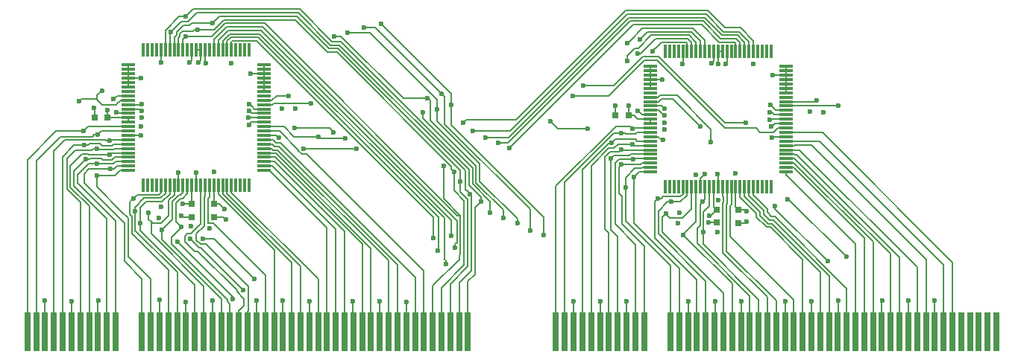
<source format=gtl>
G04 #@! TF.GenerationSoftware,KiCad,Pcbnew,(5.0.0-rc2-35-gda6600525)*
G04 #@! TF.CreationDate,2018-05-30T11:12:42-07:00*
G04 #@! TF.ProjectId,ram-based-register-card,72616D2D62617365642D726567697374,rev?*
G04 #@! TF.SameCoordinates,Original*
G04 #@! TF.FileFunction,Copper,L1,Top,Signal*
G04 #@! TF.FilePolarity,Positive*
%FSLAX46Y46*%
G04 Gerber Fmt 4.6, Leading zero omitted, Abs format (unit mm)*
G04 Created by KiCad (PCBNEW (5.0.0-rc2-35-gda6600525)) date 05/30/18 11:12:42*
%MOMM*%
%LPD*%
G01*
G04 APERTURE LIST*
G04 #@! TA.AperFunction,ConnectorPad*
%ADD10R,0.700000X4.400000*%
G04 #@! TD*
G04 #@! TA.AperFunction,SMDPad,CuDef*
%ADD11R,1.500000X0.300000*%
G04 #@! TD*
G04 #@! TA.AperFunction,SMDPad,CuDef*
%ADD12R,0.300000X1.500000*%
G04 #@! TD*
G04 #@! TA.AperFunction,SMDPad,CuDef*
%ADD13R,0.750000X0.800000*%
G04 #@! TD*
G04 #@! TA.AperFunction,SMDPad,CuDef*
%ADD14R,0.800000X0.750000*%
G04 #@! TD*
G04 #@! TA.AperFunction,ViaPad*
%ADD15C,0.600000*%
G04 #@! TD*
G04 #@! TA.AperFunction,Conductor*
%ADD16C,0.200000*%
G04 #@! TD*
G04 APERTURE END LIST*
D10*
G04 #@! TO.P,P1,1*
G04 #@! TO.N,/rd[31]*
X61950601Y-79689801D03*
G04 #@! TO.P,P1,2*
G04 #@! TO.N,/rd[30]*
X62950601Y-79689801D03*
G04 #@! TO.P,P1,3*
G04 #@! TO.N,GND*
X63950601Y-79689801D03*
G04 #@! TO.P,P1,4*
G04 #@! TO.N,/rd[29]*
X64950601Y-79689801D03*
G04 #@! TO.P,P1,5*
G04 #@! TO.N,/rd[28]*
X65950601Y-79689801D03*
G04 #@! TO.P,P1,6*
G04 #@! TO.N,VCC*
X66950601Y-79689801D03*
G04 #@! TO.P,P1,7*
G04 #@! TO.N,/rd[27]*
X67950601Y-79689801D03*
G04 #@! TO.P,P1,8*
G04 #@! TO.N,/rd[26]*
X68950601Y-79689801D03*
G04 #@! TO.P,P1,9*
G04 #@! TO.N,GND*
X69950601Y-79689801D03*
G04 #@! TO.P,P1,10*
G04 #@! TO.N,/rd[25]*
X70950601Y-79689801D03*
G04 #@! TO.P,P1,11*
G04 #@! TO.N,/rd[24]*
X71950601Y-79689801D03*
G04 #@! TO.P,P1,12*
G04 #@! TO.N,/rd[23]*
X74950601Y-79689801D03*
G04 #@! TO.P,P1,13*
G04 #@! TO.N,/rd[22]*
X75950601Y-79689801D03*
G04 #@! TO.P,P1,14*
G04 #@! TO.N,GND*
X76950601Y-79689801D03*
G04 #@! TO.P,P1,15*
G04 #@! TO.N,/rd[21]*
X77950601Y-79689801D03*
G04 #@! TO.P,P1,16*
G04 #@! TO.N,/rd[20]*
X78950601Y-79689801D03*
G04 #@! TO.P,P1,17*
G04 #@! TO.N,VCC*
X79950601Y-79689801D03*
G04 #@! TO.P,P1,18*
G04 #@! TO.N,/rd[19]*
X80950601Y-79689801D03*
G04 #@! TO.P,P1,19*
G04 #@! TO.N,/rd[18]*
X81950601Y-79689801D03*
G04 #@! TO.P,P1,20*
G04 #@! TO.N,GND*
X82950601Y-79689801D03*
G04 #@! TO.P,P1,21*
G04 #@! TO.N,/rd[17]*
X83950601Y-79689801D03*
G04 #@! TO.P,P1,22*
G04 #@! TO.N,/rd[16]*
X84950601Y-79689801D03*
G04 #@! TO.P,P1,23*
G04 #@! TO.N,/rs2[31]*
X85950601Y-79689801D03*
G04 #@! TO.P,P1,24*
G04 #@! TO.N,/rs2[30]*
X86950601Y-79689801D03*
G04 #@! TO.P,P1,25*
G04 #@! TO.N,GND*
X87950601Y-79689801D03*
G04 #@! TO.P,P1,26*
G04 #@! TO.N,/rs2[29]*
X88950601Y-79689801D03*
G04 #@! TO.P,P1,27*
G04 #@! TO.N,/rs2[28]*
X89950601Y-79689801D03*
G04 #@! TO.P,P1,28*
G04 #@! TO.N,VCC*
X90950601Y-79689801D03*
G04 #@! TO.P,P1,29*
G04 #@! TO.N,/rs2[27]*
X91950601Y-79689801D03*
G04 #@! TO.P,P1,30*
G04 #@! TO.N,/rs2[26]*
X92950601Y-79689801D03*
G04 #@! TO.P,P1,31*
G04 #@! TO.N,GND*
X93950601Y-79689801D03*
G04 #@! TO.P,P1,32*
G04 #@! TO.N,/rs2[25]*
X94950601Y-79689801D03*
G04 #@! TO.P,P1,33*
G04 #@! TO.N,/rs2[24]*
X95950601Y-79689801D03*
G04 #@! TO.P,P1,34*
G04 #@! TO.N,/rs2[23]*
X96950601Y-79689801D03*
G04 #@! TO.P,P1,35*
G04 #@! TO.N,/rs2[22]*
X97950601Y-79689801D03*
G04 #@! TO.P,P1,36*
G04 #@! TO.N,GND*
X98950601Y-79689801D03*
G04 #@! TO.P,P1,37*
G04 #@! TO.N,/rs2[21]*
X99950601Y-79689801D03*
G04 #@! TO.P,P1,38*
G04 #@! TO.N,/rs2[20]*
X100950601Y-79689801D03*
G04 #@! TO.P,P1,39*
G04 #@! TO.N,VCC*
X101950601Y-79689801D03*
G04 #@! TO.P,P1,40*
G04 #@! TO.N,/rs2[19]*
X102950601Y-79689801D03*
G04 #@! TO.P,P1,41*
G04 #@! TO.N,/rs2[18]*
X103950601Y-79689801D03*
G04 #@! TO.P,P1,42*
G04 #@! TO.N,GND*
X104950601Y-79689801D03*
G04 #@! TO.P,P1,43*
G04 #@! TO.N,/rs2[17]*
X105950601Y-79689801D03*
G04 #@! TO.P,P1,44*
G04 #@! TO.N,/rs2[16]*
X106950601Y-79689801D03*
G04 #@! TO.P,P1,45*
G04 #@! TO.N,/rda[0]*
X107950601Y-79689801D03*
G04 #@! TO.P,P1,46*
G04 #@! TO.N,/rda[1]*
X108950601Y-79689801D03*
G04 #@! TO.P,P1,47*
G04 #@! TO.N,/rda[2]*
X109950601Y-79689801D03*
G04 #@! TO.P,P1,48*
G04 #@! TO.N,/rda[3]*
X110950601Y-79689801D03*
G04 #@! TO.P,P1,49*
G04 #@! TO.N,/rda[4]*
X111950601Y-79689801D03*
G04 #@! TO.P,P1,50*
G04 #@! TO.N,/rd[15]*
X121950601Y-79689801D03*
G04 #@! TO.P,P1,61*
G04 #@! TO.N,/rd[7]*
X134950601Y-79689801D03*
G04 #@! TO.P,P1,51*
G04 #@! TO.N,/rd[14]*
X122950601Y-79689801D03*
G04 #@! TO.P,P1,52*
G04 #@! TO.N,GND*
X123950601Y-79689801D03*
G04 #@! TO.P,P1,53*
G04 #@! TO.N,/rd[13]*
X124950601Y-79689801D03*
G04 #@! TO.P,P1,54*
G04 #@! TO.N,/rd[12]*
X125950601Y-79689801D03*
G04 #@! TO.P,P1,55*
G04 #@! TO.N,VCC*
X126950601Y-79689801D03*
G04 #@! TO.P,P1,56*
G04 #@! TO.N,/rd[11]*
X127950601Y-79689801D03*
G04 #@! TO.P,P1,57*
G04 #@! TO.N,/rd[10]*
X128950601Y-79689801D03*
G04 #@! TO.P,P1,58*
G04 #@! TO.N,GND*
X129950601Y-79689801D03*
G04 #@! TO.P,P1,59*
G04 #@! TO.N,/rd[9]*
X130950601Y-79689801D03*
G04 #@! TO.P,P1,60*
G04 #@! TO.N,/rd[8]*
X131950601Y-79689801D03*
G04 #@! TO.P,P1,62*
G04 #@! TO.N,/rd[6]*
X135950601Y-79689801D03*
G04 #@! TO.P,P1,63*
G04 #@! TO.N,GND*
X136950601Y-79689801D03*
G04 #@! TO.P,P1,64*
G04 #@! TO.N,/rd[5]*
X137950601Y-79689801D03*
G04 #@! TO.P,P1,65*
G04 #@! TO.N,/rd[4]*
X138950601Y-79689801D03*
G04 #@! TO.P,P1,66*
G04 #@! TO.N,VCC*
X139950601Y-79689801D03*
G04 #@! TO.P,P1,67*
G04 #@! TO.N,/rd[3]*
X140950601Y-79689801D03*
G04 #@! TO.P,P1,68*
G04 #@! TO.N,/rd[2]*
X141950601Y-79689801D03*
G04 #@! TO.P,P1,69*
G04 #@! TO.N,GND*
X142950601Y-79689801D03*
G04 #@! TO.P,P1,70*
G04 #@! TO.N,/rd[1]*
X143950601Y-79689801D03*
G04 #@! TO.P,P1,71*
G04 #@! TO.N,/rd[0]*
X144950601Y-79689801D03*
G04 #@! TO.P,P1,72*
G04 #@! TO.N,/rs2[15]*
X145950601Y-79689801D03*
G04 #@! TO.P,P1,73*
G04 #@! TO.N,/rs2[14]*
X146950601Y-79689801D03*
G04 #@! TO.P,P1,74*
G04 #@! TO.N,GND*
X147950601Y-79689801D03*
G04 #@! TO.P,P1,75*
G04 #@! TO.N,/rs2[13]*
X148950601Y-79689801D03*
G04 #@! TO.P,P1,76*
G04 #@! TO.N,/rs2[12]*
X149950601Y-79689801D03*
G04 #@! TO.P,P1,77*
G04 #@! TO.N,VCC*
X150950601Y-79689801D03*
G04 #@! TO.P,P1,78*
G04 #@! TO.N,/rs2[11]*
X151950601Y-79689801D03*
G04 #@! TO.P,P1,79*
G04 #@! TO.N,/rs2[10]*
X152950601Y-79689801D03*
G04 #@! TO.P,P1,80*
G04 #@! TO.N,GND*
X153950601Y-79689801D03*
G04 #@! TO.P,P1,81*
G04 #@! TO.N,/rs2[9]*
X154950601Y-79689801D03*
G04 #@! TO.P,P1,82*
G04 #@! TO.N,/rs2[8]*
X155950601Y-79689801D03*
G04 #@! TO.P,P1,83*
G04 #@! TO.N,/rs2[7]*
X156950601Y-79689801D03*
G04 #@! TO.P,P1,84*
G04 #@! TO.N,/rs2[6]*
X157950601Y-79689801D03*
G04 #@! TO.P,P1,85*
G04 #@! TO.N,GND*
X158950601Y-79689801D03*
G04 #@! TO.P,P1,86*
G04 #@! TO.N,/rs2[5]*
X159950601Y-79689801D03*
G04 #@! TO.P,P1,87*
G04 #@! TO.N,/rs2[4]*
X160950601Y-79689801D03*
G04 #@! TO.P,P1,88*
G04 #@! TO.N,VCC*
X161950601Y-79689801D03*
G04 #@! TO.P,P1,89*
G04 #@! TO.N,/rs2[3]*
X162950601Y-79689801D03*
G04 #@! TO.P,P1,90*
G04 #@! TO.N,/rs2[2]*
X163950601Y-79689801D03*
G04 #@! TO.P,P1,91*
G04 #@! TO.N,GND*
X164950601Y-79689801D03*
G04 #@! TO.P,P1,92*
G04 #@! TO.N,/rs2[1]*
X165950601Y-79689801D03*
G04 #@! TO.P,P1,93*
G04 #@! TO.N,/rs2[0]*
X166950601Y-79689801D03*
G04 #@! TO.P,P1,94*
G04 #@! TO.N,Net-(P1-Pad94)*
X167950601Y-79689801D03*
G04 #@! TO.P,P1,95*
G04 #@! TO.N,Net-(P1-Pad95)*
X168950601Y-79689801D03*
G04 #@! TO.P,P1,96*
G04 #@! TO.N,Net-(P1-Pad96)*
X169950601Y-79689801D03*
G04 #@! TO.P,P1,97*
G04 #@! TO.N,Net-(P1-Pad97)*
X170950601Y-79689801D03*
G04 #@! TO.P,P1,98*
G04 #@! TO.N,Net-(P1-Pad98)*
X171950601Y-79689801D03*
G04 #@! TD*
D11*
G04 #@! TO.P,U1,100*
G04 #@! TO.N,/rd[22]*
X73406000Y-61292000D03*
G04 #@! TO.P,U1,99*
G04 #@! TO.N,/rd[23]*
X73406000Y-60792000D03*
G04 #@! TO.P,U1,98*
G04 #@! TO.N,/rd[24]*
X73406000Y-60292000D03*
G04 #@! TO.P,U1,97*
G04 #@! TO.N,/rd[25]*
X73406000Y-59792000D03*
G04 #@! TO.P,U1,96*
G04 #@! TO.N,/rd[26]*
X73406000Y-59292000D03*
G04 #@! TO.P,U1,95*
G04 #@! TO.N,/rd[27]*
X73406000Y-58792000D03*
G04 #@! TO.P,U1,94*
G04 #@! TO.N,/rd[28]*
X73406000Y-58292000D03*
G04 #@! TO.P,U1,93*
G04 #@! TO.N,/rd[29]*
X73406000Y-57792000D03*
G04 #@! TO.P,U1,92*
G04 #@! TO.N,GND*
X73406000Y-57292000D03*
G04 #@! TO.P,U1,91*
G04 #@! TO.N,/rd[30]*
X73406000Y-56792000D03*
G04 #@! TO.P,U1,90*
G04 #@! TO.N,/rd[31]*
X73406000Y-56292000D03*
G04 #@! TO.P,U1,89*
G04 #@! TO.N,VCC*
X73406000Y-55792000D03*
G04 #@! TO.P,U1,88*
X73406000Y-55292000D03*
G04 #@! TO.P,U1,87*
G04 #@! TO.N,/~rd_wr*
X73406000Y-54792000D03*
G04 #@! TO.P,U1,86*
G04 #@! TO.N,VCC*
X73406000Y-54292000D03*
G04 #@! TO.P,U1,85*
G04 #@! TO.N,GND*
X73406000Y-53792000D03*
G04 #@! TO.P,U1,84*
G04 #@! TO.N,/~rd_bhl*
X73406000Y-53292000D03*
G04 #@! TO.P,U1,83*
G04 #@! TO.N,/~rd_bhh*
X73406000Y-52792000D03*
G04 #@! TO.P,U1,82*
G04 #@! TO.N,N/C*
X73406000Y-52292000D03*
G04 #@! TO.P,U1,81*
G04 #@! TO.N,GND*
X73406000Y-51792000D03*
G04 #@! TO.P,U1,80*
X73406000Y-51292000D03*
G04 #@! TO.P,U1,79*
X73406000Y-50792000D03*
G04 #@! TO.P,U1,78*
X73406000Y-50292000D03*
G04 #@! TO.P,U1,77*
X73406000Y-49792000D03*
G04 #@! TO.P,U1,76*
X73406000Y-49292000D03*
D12*
G04 #@! TO.P,U1,75*
G04 #@! TO.N,N/C*
X75106000Y-47592000D03*
G04 #@! TO.P,U1,74*
X75606000Y-47592000D03*
G04 #@! TO.P,U1,73*
X76106000Y-47592000D03*
G04 #@! TO.P,U1,72*
X76606000Y-47592000D03*
G04 #@! TO.P,U1,71*
G04 #@! TO.N,GND*
X77106000Y-47592000D03*
G04 #@! TO.P,U1,70*
G04 #@! TO.N,/rda[4]*
X77606000Y-47592000D03*
G04 #@! TO.P,U1,69*
G04 #@! TO.N,/rda[3]*
X78106000Y-47592000D03*
G04 #@! TO.P,U1,68*
G04 #@! TO.N,/rda[2]*
X78606000Y-47592000D03*
G04 #@! TO.P,U1,67*
G04 #@! TO.N,/rda[1]*
X79106000Y-47592000D03*
G04 #@! TO.P,U1,66*
G04 #@! TO.N,/rda[0]*
X79606000Y-47592000D03*
G04 #@! TO.P,U1,65*
G04 #@! TO.N,Net-(U1-Pad65)*
X80106000Y-47592000D03*
G04 #@! TO.P,U1,64*
G04 #@! TO.N,VCC*
X80606000Y-47592000D03*
G04 #@! TO.P,U1,63*
G04 #@! TO.N,GND*
X81106000Y-47592000D03*
G04 #@! TO.P,U1,62*
X81606000Y-47592000D03*
G04 #@! TO.P,U1,61*
G04 #@! TO.N,VCC*
X82106000Y-47592000D03*
G04 #@! TO.P,U1,60*
G04 #@! TO.N,Net-(U1-Pad60)*
X82606000Y-47592000D03*
G04 #@! TO.P,U1,59*
G04 #@! TO.N,/rs2a[0]*
X83106000Y-47592000D03*
G04 #@! TO.P,U1,58*
G04 #@! TO.N,/rs2a[1]*
X83606000Y-47592000D03*
G04 #@! TO.P,U1,57*
G04 #@! TO.N,/rs2a[2]*
X84106000Y-47592000D03*
G04 #@! TO.P,U1,56*
G04 #@! TO.N,/rs2a[3]*
X84606000Y-47592000D03*
G04 #@! TO.P,U1,55*
G04 #@! TO.N,/rs2a[4]*
X85106000Y-47592000D03*
G04 #@! TO.P,U1,54*
G04 #@! TO.N,N/C*
X85606000Y-47592000D03*
G04 #@! TO.P,U1,53*
X86106000Y-47592000D03*
G04 #@! TO.P,U1,52*
X86606000Y-47592000D03*
G04 #@! TO.P,U1,51*
X87106000Y-47592000D03*
D11*
G04 #@! TO.P,U1,50*
G04 #@! TO.N,GND*
X88806000Y-49292000D03*
G04 #@! TO.P,U1,49*
X88806000Y-49792000D03*
G04 #@! TO.P,U1,48*
X88806000Y-50292000D03*
G04 #@! TO.P,U1,47*
X88806000Y-50792000D03*
G04 #@! TO.P,U1,46*
X88806000Y-51292000D03*
G04 #@! TO.P,U1,45*
X88806000Y-51792000D03*
G04 #@! TO.P,U1,44*
X88806000Y-52292000D03*
G04 #@! TO.P,U1,43*
G04 #@! TO.N,N/C*
X88806000Y-52792000D03*
G04 #@! TO.P,U1,42*
G04 #@! TO.N,/~rs2_bhh*
X88806000Y-53292000D03*
G04 #@! TO.P,U1,41*
G04 #@! TO.N,/~rs2_bhl*
X88806000Y-53792000D03*
G04 #@! TO.P,U1,40*
G04 #@! TO.N,GND*
X88806000Y-54292000D03*
G04 #@! TO.P,U1,39*
G04 #@! TO.N,VCC*
X88806000Y-54792000D03*
G04 #@! TO.P,U1,38*
G04 #@! TO.N,GND*
X88806000Y-55292000D03*
G04 #@! TO.P,U1,37*
G04 #@! TO.N,VCC*
X88806000Y-55792000D03*
G04 #@! TO.P,U1,36*
G04 #@! TO.N,/~rs2_rd*
X88806000Y-56292000D03*
G04 #@! TO.P,U1,35*
G04 #@! TO.N,/rs2[16]*
X88806000Y-56792000D03*
G04 #@! TO.P,U1,34*
G04 #@! TO.N,GND*
X88806000Y-57292000D03*
G04 #@! TO.P,U1,33*
G04 #@! TO.N,/rs2[17]*
X88806000Y-57792000D03*
G04 #@! TO.P,U1,32*
G04 #@! TO.N,/rs2[18]*
X88806000Y-58292000D03*
G04 #@! TO.P,U1,31*
G04 #@! TO.N,/rs2[19]*
X88806000Y-58792000D03*
G04 #@! TO.P,U1,30*
G04 #@! TO.N,/rs2[20]*
X88806000Y-59292000D03*
G04 #@! TO.P,U1,29*
G04 #@! TO.N,/rs2[21]*
X88806000Y-59792000D03*
G04 #@! TO.P,U1,28*
G04 #@! TO.N,/rs2[22]*
X88806000Y-60292000D03*
G04 #@! TO.P,U1,27*
G04 #@! TO.N,/rs2[23]*
X88806000Y-60792000D03*
G04 #@! TO.P,U1,26*
G04 #@! TO.N,/rs2[24]*
X88806000Y-61292000D03*
D12*
G04 #@! TO.P,U1,25*
G04 #@! TO.N,N/C*
X87106000Y-62992000D03*
G04 #@! TO.P,U1,24*
X86606000Y-62992000D03*
G04 #@! TO.P,U1,23*
X86106000Y-62992000D03*
G04 #@! TO.P,U1,22*
X85606000Y-62992000D03*
G04 #@! TO.P,U1,21*
G04 #@! TO.N,/rs2[25]*
X85106000Y-62992000D03*
G04 #@! TO.P,U1,20*
G04 #@! TO.N,/rs2[26]*
X84606000Y-62992000D03*
G04 #@! TO.P,U1,19*
G04 #@! TO.N,/rs2[27]*
X84106000Y-62992000D03*
G04 #@! TO.P,U1,18*
G04 #@! TO.N,/rs2[28]*
X83606000Y-62992000D03*
G04 #@! TO.P,U1,17*
G04 #@! TO.N,VCC*
X83106000Y-62992000D03*
G04 #@! TO.P,U1,16*
G04 #@! TO.N,/rs2[29]*
X82606000Y-62992000D03*
G04 #@! TO.P,U1,15*
G04 #@! TO.N,/rs2[30]*
X82106000Y-62992000D03*
G04 #@! TO.P,U1,14*
G04 #@! TO.N,/rs2[31]*
X81606000Y-62992000D03*
G04 #@! TO.P,U1,13*
G04 #@! TO.N,GND*
X81106000Y-62992000D03*
G04 #@! TO.P,U1,12*
G04 #@! TO.N,VCC*
X80606000Y-62992000D03*
G04 #@! TO.P,U1,11*
G04 #@! TO.N,/rd[16]*
X80106000Y-62992000D03*
G04 #@! TO.P,U1,10*
G04 #@! TO.N,/rd[17]*
X79606000Y-62992000D03*
G04 #@! TO.P,U1,9*
G04 #@! TO.N,GND*
X79106000Y-62992000D03*
G04 #@! TO.P,U1,8*
G04 #@! TO.N,/rd[18]*
X78606000Y-62992000D03*
G04 #@! TO.P,U1,7*
G04 #@! TO.N,/rd[19]*
X78106000Y-62992000D03*
G04 #@! TO.P,U1,6*
G04 #@! TO.N,/rd[20]*
X77606000Y-62992000D03*
G04 #@! TO.P,U1,5*
G04 #@! TO.N,/rd[21]*
X77106000Y-62992000D03*
G04 #@! TO.P,U1,4*
G04 #@! TO.N,N/C*
X76606000Y-62992000D03*
G04 #@! TO.P,U1,3*
X76106000Y-62992000D03*
G04 #@! TO.P,U1,2*
X75606000Y-62992000D03*
G04 #@! TO.P,U1,1*
X75106000Y-62992000D03*
G04 #@! TD*
G04 #@! TO.P,U2,1*
G04 #@! TO.N,N/C*
X134350000Y-63150000D03*
G04 #@! TO.P,U2,2*
X134850000Y-63150000D03*
G04 #@! TO.P,U2,3*
X135350000Y-63150000D03*
G04 #@! TO.P,U2,4*
X135850000Y-63150000D03*
G04 #@! TO.P,U2,5*
G04 #@! TO.N,/rd[5]*
X136350000Y-63150000D03*
G04 #@! TO.P,U2,6*
G04 #@! TO.N,/rd[4]*
X136850000Y-63150000D03*
G04 #@! TO.P,U2,7*
G04 #@! TO.N,/rd[3]*
X137350000Y-63150000D03*
G04 #@! TO.P,U2,8*
G04 #@! TO.N,/rd[2]*
X137850000Y-63150000D03*
G04 #@! TO.P,U2,9*
G04 #@! TO.N,GND*
X138350000Y-63150000D03*
G04 #@! TO.P,U2,10*
G04 #@! TO.N,/rd[1]*
X138850000Y-63150000D03*
G04 #@! TO.P,U2,11*
G04 #@! TO.N,/rd[0]*
X139350000Y-63150000D03*
G04 #@! TO.P,U2,12*
G04 #@! TO.N,VCC*
X139850000Y-63150000D03*
G04 #@! TO.P,U2,13*
G04 #@! TO.N,GND*
X140350000Y-63150000D03*
G04 #@! TO.P,U2,14*
G04 #@! TO.N,/rs2[15]*
X140850000Y-63150000D03*
G04 #@! TO.P,U2,15*
G04 #@! TO.N,/rs2[14]*
X141350000Y-63150000D03*
G04 #@! TO.P,U2,16*
G04 #@! TO.N,/rs2[13]*
X141850000Y-63150000D03*
G04 #@! TO.P,U2,17*
G04 #@! TO.N,VCC*
X142350000Y-63150000D03*
G04 #@! TO.P,U2,18*
G04 #@! TO.N,/rs2[12]*
X142850000Y-63150000D03*
G04 #@! TO.P,U2,19*
G04 #@! TO.N,/rs2[11]*
X143350000Y-63150000D03*
G04 #@! TO.P,U2,20*
G04 #@! TO.N,/rs2[10]*
X143850000Y-63150000D03*
G04 #@! TO.P,U2,21*
G04 #@! TO.N,/rs2[9]*
X144350000Y-63150000D03*
G04 #@! TO.P,U2,22*
G04 #@! TO.N,N/C*
X144850000Y-63150000D03*
G04 #@! TO.P,U2,23*
X145350000Y-63150000D03*
G04 #@! TO.P,U2,24*
X145850000Y-63150000D03*
G04 #@! TO.P,U2,25*
X146350000Y-63150000D03*
D11*
G04 #@! TO.P,U2,26*
G04 #@! TO.N,/rs2[8]*
X148050000Y-61450000D03*
G04 #@! TO.P,U2,27*
G04 #@! TO.N,/rs2[7]*
X148050000Y-60950000D03*
G04 #@! TO.P,U2,28*
G04 #@! TO.N,/rs2[6]*
X148050000Y-60450000D03*
G04 #@! TO.P,U2,29*
G04 #@! TO.N,/rs2[5]*
X148050000Y-59950000D03*
G04 #@! TO.P,U2,30*
G04 #@! TO.N,/rs2[4]*
X148050000Y-59450000D03*
G04 #@! TO.P,U2,31*
G04 #@! TO.N,/rs2[3]*
X148050000Y-58950000D03*
G04 #@! TO.P,U2,32*
G04 #@! TO.N,/rs2[2]*
X148050000Y-58450000D03*
G04 #@! TO.P,U2,33*
G04 #@! TO.N,/rs2[1]*
X148050000Y-57950000D03*
G04 #@! TO.P,U2,34*
G04 #@! TO.N,GND*
X148050000Y-57450000D03*
G04 #@! TO.P,U2,35*
G04 #@! TO.N,/rs2[0]*
X148050000Y-56950000D03*
G04 #@! TO.P,U2,36*
G04 #@! TO.N,/~rs2_rd*
X148050000Y-56450000D03*
G04 #@! TO.P,U2,37*
G04 #@! TO.N,VCC*
X148050000Y-55950000D03*
G04 #@! TO.P,U2,38*
G04 #@! TO.N,GND*
X148050000Y-55450000D03*
G04 #@! TO.P,U2,39*
G04 #@! TO.N,VCC*
X148050000Y-54950000D03*
G04 #@! TO.P,U2,40*
G04 #@! TO.N,GND*
X148050000Y-54450000D03*
G04 #@! TO.P,U2,41*
G04 #@! TO.N,/~rs2_bll*
X148050000Y-53950000D03*
G04 #@! TO.P,U2,42*
G04 #@! TO.N,/~rs2_blh*
X148050000Y-53450000D03*
G04 #@! TO.P,U2,43*
G04 #@! TO.N,N/C*
X148050000Y-52950000D03*
G04 #@! TO.P,U2,44*
G04 #@! TO.N,GND*
X148050000Y-52450000D03*
G04 #@! TO.P,U2,45*
X148050000Y-51950000D03*
G04 #@! TO.P,U2,46*
X148050000Y-51450000D03*
G04 #@! TO.P,U2,47*
X148050000Y-50950000D03*
G04 #@! TO.P,U2,48*
X148050000Y-50450000D03*
G04 #@! TO.P,U2,49*
X148050000Y-49950000D03*
G04 #@! TO.P,U2,50*
X148050000Y-49450000D03*
D12*
G04 #@! TO.P,U2,51*
G04 #@! TO.N,N/C*
X146350000Y-47750000D03*
G04 #@! TO.P,U2,52*
X145850000Y-47750000D03*
G04 #@! TO.P,U2,53*
X145350000Y-47750000D03*
G04 #@! TO.P,U2,54*
X144850000Y-47750000D03*
G04 #@! TO.P,U2,55*
G04 #@! TO.N,/rs2a[4]*
X144350000Y-47750000D03*
G04 #@! TO.P,U2,56*
G04 #@! TO.N,/rs2a[3]*
X143850000Y-47750000D03*
G04 #@! TO.P,U2,57*
G04 #@! TO.N,/rs2a[2]*
X143350000Y-47750000D03*
G04 #@! TO.P,U2,58*
G04 #@! TO.N,/rs2a[1]*
X142850000Y-47750000D03*
G04 #@! TO.P,U2,59*
G04 #@! TO.N,/rs2a[0]*
X142350000Y-47750000D03*
G04 #@! TO.P,U2,60*
G04 #@! TO.N,Net-(U2-Pad60)*
X141850000Y-47750000D03*
G04 #@! TO.P,U2,61*
G04 #@! TO.N,VCC*
X141350000Y-47750000D03*
G04 #@! TO.P,U2,62*
G04 #@! TO.N,GND*
X140850000Y-47750000D03*
G04 #@! TO.P,U2,63*
X140350000Y-47750000D03*
G04 #@! TO.P,U2,64*
G04 #@! TO.N,VCC*
X139850000Y-47750000D03*
G04 #@! TO.P,U2,65*
G04 #@! TO.N,Net-(U2-Pad65)*
X139350000Y-47750000D03*
G04 #@! TO.P,U2,66*
G04 #@! TO.N,/rda[0]*
X138850000Y-47750000D03*
G04 #@! TO.P,U2,67*
G04 #@! TO.N,/rda[1]*
X138350000Y-47750000D03*
G04 #@! TO.P,U2,68*
G04 #@! TO.N,/rda[2]*
X137850000Y-47750000D03*
G04 #@! TO.P,U2,69*
G04 #@! TO.N,/rda[3]*
X137350000Y-47750000D03*
G04 #@! TO.P,U2,70*
G04 #@! TO.N,/rda[4]*
X136850000Y-47750000D03*
G04 #@! TO.P,U2,71*
G04 #@! TO.N,GND*
X136350000Y-47750000D03*
G04 #@! TO.P,U2,72*
G04 #@! TO.N,N/C*
X135850000Y-47750000D03*
G04 #@! TO.P,U2,73*
X135350000Y-47750000D03*
G04 #@! TO.P,U2,74*
X134850000Y-47750000D03*
G04 #@! TO.P,U2,75*
X134350000Y-47750000D03*
D11*
G04 #@! TO.P,U2,76*
G04 #@! TO.N,GND*
X132650000Y-49450000D03*
G04 #@! TO.P,U2,77*
X132650000Y-49950000D03*
G04 #@! TO.P,U2,78*
X132650000Y-50450000D03*
G04 #@! TO.P,U2,79*
X132650000Y-50950000D03*
G04 #@! TO.P,U2,80*
X132650000Y-51450000D03*
G04 #@! TO.P,U2,81*
X132650000Y-51950000D03*
G04 #@! TO.P,U2,82*
G04 #@! TO.N,N/C*
X132650000Y-52450000D03*
G04 #@! TO.P,U2,83*
G04 #@! TO.N,/~rd_blh*
X132650000Y-52950000D03*
G04 #@! TO.P,U2,84*
G04 #@! TO.N,/~rd_bll*
X132650000Y-53450000D03*
G04 #@! TO.P,U2,85*
G04 #@! TO.N,GND*
X132650000Y-53950000D03*
G04 #@! TO.P,U2,86*
G04 #@! TO.N,VCC*
X132650000Y-54450000D03*
G04 #@! TO.P,U2,87*
G04 #@! TO.N,/~rd_wr*
X132650000Y-54950000D03*
G04 #@! TO.P,U2,88*
G04 #@! TO.N,VCC*
X132650000Y-55450000D03*
G04 #@! TO.P,U2,89*
X132650000Y-55950000D03*
G04 #@! TO.P,U2,90*
G04 #@! TO.N,/rd[15]*
X132650000Y-56450000D03*
G04 #@! TO.P,U2,91*
G04 #@! TO.N,/rd[14]*
X132650000Y-56950000D03*
G04 #@! TO.P,U2,92*
G04 #@! TO.N,GND*
X132650000Y-57450000D03*
G04 #@! TO.P,U2,93*
G04 #@! TO.N,/rd[13]*
X132650000Y-57950000D03*
G04 #@! TO.P,U2,94*
G04 #@! TO.N,/rd[12]*
X132650000Y-58450000D03*
G04 #@! TO.P,U2,95*
G04 #@! TO.N,/rd[11]*
X132650000Y-58950000D03*
G04 #@! TO.P,U2,96*
G04 #@! TO.N,/rd[10]*
X132650000Y-59450000D03*
G04 #@! TO.P,U2,97*
G04 #@! TO.N,/rd[9]*
X132650000Y-59950000D03*
G04 #@! TO.P,U2,98*
G04 #@! TO.N,/rd[8]*
X132650000Y-60450000D03*
G04 #@! TO.P,U2,99*
G04 #@! TO.N,/rd[7]*
X132650000Y-60950000D03*
G04 #@! TO.P,U2,100*
G04 #@! TO.N,/rd[6]*
X132650000Y-61450000D03*
G04 #@! TD*
D13*
G04 #@! TO.P,C1,2*
G04 #@! TO.N,GND*
X80619600Y-66600200D03*
G04 #@! TO.P,C1,1*
G04 #@! TO.N,VCC*
X80619600Y-65100200D03*
G04 #@! TD*
G04 #@! TO.P,C2,1*
G04 #@! TO.N,VCC*
X83108800Y-65100200D03*
G04 #@! TO.P,C2,2*
G04 #@! TO.N,GND*
X83108800Y-66600200D03*
G04 #@! TD*
D14*
G04 #@! TO.P,C3,2*
G04 #@! TO.N,GND*
X69543800Y-55295800D03*
G04 #@! TO.P,C3,1*
G04 #@! TO.N,VCC*
X71043800Y-55295800D03*
G04 #@! TD*
D13*
G04 #@! TO.P,C4,1*
G04 #@! TO.N,VCC*
X140200000Y-65740000D03*
G04 #@! TO.P,C4,2*
G04 #@! TO.N,GND*
X140200000Y-67240000D03*
G04 #@! TD*
G04 #@! TO.P,C5,2*
G04 #@! TO.N,GND*
X142680000Y-67260000D03*
G04 #@! TO.P,C5,1*
G04 #@! TO.N,VCC*
X142680000Y-65760000D03*
G04 #@! TD*
D14*
G04 #@! TO.P,C6,1*
G04 #@! TO.N,VCC*
X130210000Y-55030000D03*
G04 #@! TO.P,C6,2*
G04 #@! TO.N,GND*
X128710000Y-55030000D03*
G04 #@! TD*
D15*
G04 #@! TO.N,/rd[31]*
X68280000Y-56830010D03*
G04 #@! TO.N,/rd[30]*
X69919925Y-57242549D03*
G04 #@! TO.N,/rd[29]*
X71260733Y-57887277D03*
G04 #@! TO.N,/rd[28]*
X68402447Y-58430033D03*
G04 #@! TO.N,/rd[27]*
X69880041Y-58842572D03*
G04 #@! TO.N,/rd[26]*
X71272193Y-59521901D03*
G04 #@! TO.N,/rd[25]*
X68563382Y-60030056D03*
G04 #@! TO.N,/rd[24]*
X69867801Y-60521922D03*
G04 #@! TO.N,/rd[23]*
X71372662Y-61121924D03*
G04 #@! TO.N,/rd[22]*
X69850000Y-61898000D03*
G04 #@! TO.N,/rd[21]*
X73990000Y-64480000D03*
G04 #@! TO.N,/rd[20]*
X74130000Y-65920000D03*
G04 #@! TO.N,/rd[19]*
X74780000Y-67300000D03*
G04 #@! TO.N,/rd[18]*
X75720000Y-66090000D03*
G04 #@! TO.N,/rd[17]*
X77188909Y-68069990D03*
G04 #@! TO.N,/rd[16]*
X79420000Y-67719975D03*
G04 #@! TO.N,/rd[15]*
X130650000Y-56550010D03*
G04 #@! TO.N,/rd[14]*
X129370000Y-57050000D03*
G04 #@! TO.N,/rd[13]*
X128252117Y-58152127D03*
G04 #@! TO.N,/rd[12]*
X130670000Y-58349990D03*
G04 #@! TO.N,/rd[11]*
X129370000Y-58900010D03*
G04 #@! TO.N,/rd[10]*
X128210672Y-59890672D03*
G04 #@! TO.N,/rd[9]*
X130720000Y-59999990D03*
G04 #@! TO.N,/rd[8]*
X129390000Y-60600000D03*
G04 #@! TO.N,/rd[7]*
X129850000Y-63200000D03*
G04 #@! TO.N,/rd[6]*
X130770000Y-62040000D03*
G04 #@! TO.N,/rd[5]*
X133470000Y-64490000D03*
G04 #@! TO.N,/rd[4]*
X135040000Y-64850000D03*
G04 #@! TO.N,/rd[3]*
X134410000Y-66220000D03*
G04 #@! TO.N,/rd[2]*
X136380000Y-68610000D03*
G04 #@! TO.N,/rd[1]*
X138595022Y-64872195D03*
G04 #@! TO.N,/rd[0]*
X138650000Y-68290000D03*
G04 #@! TO.N,/rda[4]*
X132908514Y-47689979D03*
X113410000Y-64810000D03*
X79910000Y-43780000D03*
G04 #@! TO.N,/rda[3]*
X78250010Y-45557917D03*
X131206309Y-47968484D03*
X112177953Y-63944997D03*
G04 #@! TO.N,/rda[2]*
X130020000Y-48800000D03*
X111089924Y-62550000D03*
X82950000Y-44550000D03*
G04 #@! TO.N,/rda[1]*
X131460000Y-46360000D03*
X110363628Y-61406372D03*
X81310000Y-45260000D03*
G04 #@! TO.N,/rda[0]*
X130066273Y-46806273D03*
X109195778Y-60804222D03*
X79930945Y-46025164D03*
G04 #@! TO.N,/rs2a[4]*
X108020000Y-69020000D03*
X111414426Y-55860010D03*
G04 #@! TO.N,/rs2a[3]*
X108569990Y-70420000D03*
X112480000Y-56830000D03*
G04 #@! TO.N,/rs2a[2]*
X109430000Y-71980000D03*
X113940000Y-57520000D03*
G04 #@! TO.N,/rs2a[1]*
X115350000Y-58180000D03*
X110090010Y-68726582D03*
G04 #@! TO.N,/rs2a[0]*
X110509968Y-70105728D03*
X116620000Y-58770000D03*
G04 #@! TO.N,/rs1a[4]*
X114500000Y-66070000D03*
X106860000Y-54710000D03*
G04 #@! TO.N,/rs1a[3]*
X116000000Y-66700000D03*
X107350000Y-53060000D03*
X96800000Y-46020032D03*
G04 #@! TO.N,/rs1a[2]*
X117560000Y-67330000D03*
X108430000Y-54370000D03*
X98310000Y-45630000D03*
G04 #@! TO.N,/rs1a[1]*
X119050000Y-68150000D03*
X108990000Y-52570000D03*
X100190002Y-45020000D03*
G04 #@! TO.N,/rs1a[0]*
X120560000Y-68650000D03*
X110060000Y-53859968D03*
X102100000Y-44610000D03*
G04 #@! TO.N,GND*
X63940000Y-76130000D03*
X69970000Y-76070000D03*
X76920000Y-76030000D03*
X82970000Y-76060000D03*
X87940000Y-76100000D03*
X94010000Y-76150000D03*
X98920000Y-76170000D03*
X104940000Y-76240000D03*
X87144341Y-53710572D03*
X86999983Y-55303999D03*
X87320000Y-50280000D03*
X85110000Y-49080000D03*
X74870000Y-50750000D03*
X69530000Y-54170000D03*
X83160000Y-61480000D03*
X81140000Y-61520000D03*
X79070000Y-61500000D03*
X76854622Y-66690012D03*
X90460223Y-57560033D03*
X123960000Y-76220000D03*
X129940000Y-76170000D03*
X136940000Y-76180000D03*
X142960000Y-76150000D03*
X147970000Y-76170000D03*
X153970000Y-76130000D03*
X158970000Y-76130000D03*
X164950000Y-76090000D03*
X139295024Y-67240000D03*
X144360000Y-49140000D03*
X136300000Y-49140000D03*
X133990000Y-50940000D03*
X128720000Y-53930000D03*
X142280000Y-61650000D03*
X140280607Y-68309078D03*
X140249990Y-61690000D03*
X143595023Y-67155033D03*
X146580000Y-50430000D03*
X81330000Y-49040000D03*
X140376644Y-49208709D03*
X77120000Y-48980000D03*
X74890000Y-55300000D03*
X74914302Y-53700845D03*
X74840000Y-57310000D03*
X134072625Y-57800272D03*
X134243114Y-55843336D03*
X134253568Y-54243378D03*
X135779886Y-67285770D03*
X80495703Y-67645753D03*
X79409048Y-66440160D03*
X84451575Y-66894249D03*
X146490000Y-57519872D03*
X146320000Y-53850000D03*
X146240846Y-55480005D03*
X138820000Y-61720000D03*
X92370341Y-54269282D03*
X152290000Y-54640011D03*
G04 #@! TO.N,VCC*
X66940000Y-76180000D03*
X90960000Y-76130000D03*
X101900000Y-76170000D03*
X79950000Y-76221465D03*
X87079652Y-54507964D03*
X87080000Y-56100000D03*
X84330000Y-65700000D03*
X79600000Y-65110000D03*
X77140000Y-65450000D03*
X71054222Y-54437258D03*
X126960000Y-76170000D03*
X139990000Y-76150000D03*
X150950000Y-76170000D03*
X161930000Y-76080000D03*
X139309998Y-66440000D03*
X130230000Y-53910000D03*
X140350000Y-64650000D03*
X143578399Y-65904042D03*
X150800000Y-54550010D03*
X80360000Y-49030000D03*
X82239998Y-49060000D03*
X141210000Y-49200000D03*
X139582754Y-49109928D03*
X74878742Y-54500067D03*
X74870000Y-56290000D03*
X134243411Y-55043325D03*
X134249998Y-56660000D03*
X135938263Y-66085759D03*
X82590053Y-67900674D03*
X146377043Y-56319861D03*
X146235639Y-54680010D03*
X137850000Y-61750000D03*
X90877326Y-54269279D03*
G04 #@! TO.N,/~rd_bhh*
X71731549Y-53189990D03*
X79010000Y-69410000D03*
X85230000Y-75910000D03*
G04 #@! TO.N,/~rd_bhl*
X67770000Y-53440000D03*
X70400000Y-52190000D03*
X80400000Y-69100000D03*
X86393015Y-74891126D03*
G04 #@! TO.N,/~rd_wr*
X87737822Y-73677822D03*
X99300000Y-58850000D03*
X121310000Y-55670000D03*
X125510000Y-56550000D03*
X131260000Y-54480000D03*
X81833976Y-69083976D03*
X93310001Y-58780000D03*
X72040000Y-54695790D03*
G04 #@! TO.N,/~rs2_bhh*
X91640000Y-52770000D03*
G04 #@! TO.N,/~rs2_bhl*
X94170728Y-53669272D03*
G04 #@! TO.N,/~rs2_rd*
X98030000Y-57620000D03*
X123848899Y-52784057D03*
X94986095Y-57447292D03*
G04 #@! TO.N,/~rs1_rd*
X92300000Y-56460000D03*
X143510000Y-55849990D03*
X125048299Y-51618054D03*
X96686647Y-56925365D03*
G04 #@! TO.N,/~rs2_bll*
X153959272Y-53900728D03*
G04 #@! TO.N,/~rs2_blh*
X151510000Y-53340000D03*
G04 #@! TO.N,/~rd_blh*
X152790000Y-71610000D03*
X146830000Y-65320000D03*
X139560544Y-58040011D03*
G04 #@! TO.N,/~rd_bll*
X154910000Y-71140000D03*
X148269891Y-64540000D03*
X138350000Y-56263767D03*
G04 #@! TD*
D16*
G04 #@! TO.N,/rd[31]*
X61950601Y-60087399D02*
X65207990Y-56830010D01*
X68818010Y-56292000D02*
X68579999Y-56530011D01*
X68579999Y-56530011D02*
X68280000Y-56830010D01*
X73406000Y-56292000D02*
X68818010Y-56292000D01*
X65207990Y-56830010D02*
X67855736Y-56830010D01*
X61950601Y-79689801D02*
X61950601Y-60087399D01*
X67855736Y-56830010D02*
X68280000Y-56830010D01*
G04 #@! TO.N,/rd[30]*
X73406000Y-56792000D02*
X70370474Y-56792000D01*
X70370474Y-56792000D02*
X70219924Y-56942550D01*
X70219924Y-56942550D02*
X69919925Y-57242549D01*
X62950601Y-60147399D02*
X62950601Y-77289801D01*
X69308198Y-57430012D02*
X65667988Y-57430012D01*
X69495661Y-57242549D02*
X69308198Y-57430012D01*
X62950601Y-77289801D02*
X62950601Y-79689801D01*
X65667988Y-57430012D02*
X62950601Y-60147399D01*
X69919925Y-57242549D02*
X69495661Y-57242549D01*
G04 #@! TO.N,/rd[29]*
X73406000Y-57792000D02*
X71356010Y-57792000D01*
X71356010Y-57792000D02*
X71260733Y-57887277D01*
X70836469Y-57887277D02*
X70791751Y-57842559D01*
X70791751Y-57842559D02*
X68746227Y-57842559D01*
X64950601Y-77289801D02*
X64950601Y-79689801D01*
X71260733Y-57887277D02*
X70836469Y-57887277D01*
X64950601Y-59077399D02*
X64950601Y-77289801D01*
X66197977Y-57830023D02*
X64950601Y-59077399D01*
X68746227Y-57842559D02*
X68733691Y-57830023D01*
X68733691Y-57830023D02*
X66197977Y-57830023D01*
G04 #@! TO.N,/rd[28]*
X71744014Y-58292000D02*
X71548735Y-58487279D01*
X70412752Y-58487279D02*
X70168043Y-58242570D01*
X69014174Y-58242570D02*
X68826711Y-58430033D01*
X68826711Y-58430033D02*
X68402447Y-58430033D01*
X67247967Y-58430033D02*
X67978183Y-58430033D01*
X73406000Y-58292000D02*
X71744014Y-58292000D01*
X71548735Y-58487279D02*
X70412752Y-58487279D01*
X67978183Y-58430033D02*
X68402447Y-58430033D01*
X65950601Y-59727399D02*
X67247967Y-58430033D01*
X70168043Y-58242570D02*
X69014174Y-58242570D01*
X65950601Y-79689801D02*
X65950601Y-59727399D01*
G04 #@! TO.N,/rd[27]*
X71809714Y-58792000D02*
X71712267Y-58889447D01*
X71712267Y-58889447D02*
X69926916Y-58889447D01*
X69926916Y-58889447D02*
X69880041Y-58842572D01*
X73406000Y-58792000D02*
X71809714Y-58792000D01*
X67342265Y-59030035D02*
X66419989Y-59952311D01*
X69268314Y-59030035D02*
X67342265Y-59030035D01*
X66419989Y-59952311D02*
X66419989Y-63413689D01*
X66419989Y-63413689D02*
X67950601Y-64944301D01*
X69880041Y-58842572D02*
X69455777Y-58842572D01*
X67950601Y-64944301D02*
X67950601Y-77289801D01*
X69455777Y-58842572D02*
X69268314Y-59030035D01*
X67950601Y-77289801D02*
X67950601Y-79689801D01*
G04 #@! TO.N,/rd[26]*
X71502094Y-59292000D02*
X71272193Y-59521901D01*
X73406000Y-59292000D02*
X71502094Y-59292000D01*
X68950601Y-71640000D02*
X68950601Y-71220601D01*
X68950601Y-79689801D02*
X68950601Y-71640000D01*
X71272193Y-59521901D02*
X68947993Y-59521901D01*
X68856138Y-59430046D02*
X68167244Y-59430046D01*
X68950601Y-71190601D02*
X68950601Y-71640000D01*
X68167244Y-59430046D02*
X66820000Y-60777290D01*
X68950601Y-65378601D02*
X68950601Y-71190601D01*
X68947993Y-59521901D02*
X68856138Y-59430046D01*
X66820000Y-60777290D02*
X66820000Y-63248000D01*
X66820000Y-63248000D02*
X68950601Y-65378601D01*
G04 #@! TO.N,/rd[25]*
X70950601Y-79689801D02*
X70950601Y-77289801D01*
X70950601Y-77289801D02*
X70970000Y-77270402D01*
X70970000Y-77270402D02*
X70970000Y-73110000D01*
X70970000Y-73110000D02*
X70970000Y-72640000D01*
X67240000Y-63068000D02*
X67240000Y-61353438D01*
X69095790Y-59921912D02*
X68987646Y-60030056D01*
X68987646Y-60030056D02*
X68563382Y-60030056D01*
X70970000Y-73110000D02*
X70970000Y-66798000D01*
X70970000Y-66798000D02*
X67240000Y-63068000D01*
X68263383Y-60330055D02*
X68563382Y-60030056D01*
X70529580Y-60121902D02*
X70329590Y-59921912D01*
X67240000Y-61353438D02*
X68263383Y-60330055D01*
X71560194Y-60121902D02*
X70529580Y-60121902D01*
X73406000Y-59792000D02*
X71890096Y-59792000D01*
X70329590Y-59921912D02*
X69095790Y-59921912D01*
X71890096Y-59792000D02*
X71560194Y-60121902D01*
G04 #@! TO.N,/rd[24]*
X73406000Y-60292000D02*
X71955796Y-60292000D01*
X70292065Y-60521922D02*
X69867801Y-60521922D01*
X71955796Y-60292000D02*
X71725874Y-60521922D01*
X71725874Y-60521922D02*
X70292065Y-60521922D01*
X71950601Y-79689801D02*
X71950601Y-73300000D01*
X71950601Y-73300000D02*
X71950601Y-72870601D01*
X71950601Y-73300000D02*
X71950601Y-67028601D01*
X69443537Y-60521922D02*
X69867801Y-60521922D01*
X67650000Y-62728000D02*
X67650000Y-61811442D01*
X71950601Y-67028601D02*
X67650000Y-62728000D01*
X67650000Y-61811442D02*
X68939520Y-60521922D01*
X68939520Y-60521922D02*
X69443537Y-60521922D01*
G04 #@! TO.N,/rs2[31]*
X79799998Y-69368002D02*
X80922020Y-70490024D01*
X85950601Y-77289801D02*
X85950601Y-79689801D01*
X80490002Y-68499998D02*
X80111998Y-68499998D01*
X80922020Y-70490024D02*
X81295191Y-70490024D01*
X85752726Y-74947559D02*
X85752726Y-75104864D01*
X85752726Y-75104864D02*
X86549550Y-75901688D01*
X80111998Y-68499998D02*
X79799998Y-68811998D01*
X79799998Y-68811998D02*
X79799998Y-69368002D01*
X86549550Y-75901688D02*
X86549550Y-76690852D01*
X81606000Y-62992000D02*
X81606000Y-67384000D01*
X86549550Y-76690852D02*
X85950601Y-77289801D01*
X81295191Y-70490024D02*
X85752726Y-74947559D01*
X81606000Y-67384000D02*
X80490002Y-68499998D01*
G04 #@! TO.N,/rs2[30]*
X82106000Y-64229700D02*
X82106000Y-63942000D01*
X82106000Y-63942000D02*
X82106000Y-62992000D01*
X86950601Y-77289801D02*
X86993017Y-77247385D01*
X81079998Y-68515160D02*
X82006011Y-67589147D01*
X81079998Y-69208002D02*
X81079998Y-68515160D01*
X86950601Y-79689801D02*
X86950601Y-77289801D01*
X86993017Y-74521019D02*
X82172000Y-69700002D01*
X82172000Y-69700002D02*
X81571998Y-69700002D01*
X81571998Y-69700002D02*
X81079998Y-69208002D01*
X82006011Y-67589147D02*
X82006011Y-64329689D01*
X86993017Y-77247385D02*
X86993017Y-74521019D01*
X82006011Y-64329689D02*
X82106000Y-64229700D01*
G04 #@! TO.N,/rs2[29]*
X88950601Y-77289801D02*
X88950601Y-79689801D01*
X88950601Y-73232599D02*
X88950601Y-77289801D01*
X82606000Y-64287998D02*
X82433799Y-64460199D01*
X82606000Y-62992000D02*
X82606000Y-64287998D01*
X82433799Y-64460199D02*
X82433799Y-67240201D01*
X82433799Y-67240201D02*
X82493799Y-67300201D01*
X82493799Y-67300201D02*
X83018203Y-67300201D01*
X83018203Y-67300201D02*
X88950601Y-73232599D01*
G04 #@! TO.N,/rs2[28]*
X83606000Y-64017996D02*
X89950601Y-70362597D01*
X83606000Y-62992000D02*
X83606000Y-64017996D01*
X89950601Y-70362597D02*
X89950601Y-77289801D01*
X89950601Y-77289801D02*
X89950601Y-79689801D01*
G04 #@! TO.N,/rs2[27]*
X91950601Y-71796897D02*
X91950601Y-77289801D01*
X91950601Y-77289801D02*
X91950601Y-79689801D01*
X84106000Y-63952296D02*
X91950601Y-71796897D01*
X84106000Y-62992000D02*
X84106000Y-63952296D01*
G04 #@! TO.N,/rs2[26]*
X84606000Y-62992000D02*
X84606000Y-63886596D01*
X92950601Y-72231197D02*
X92950601Y-77289801D01*
X92950601Y-77289801D02*
X92950601Y-79689801D01*
X84606000Y-63886596D02*
X92950601Y-72231197D01*
G04 #@! TO.N,/rs2[25]*
X94950601Y-77289801D02*
X94950601Y-79689801D01*
X85106000Y-62992000D02*
X85106000Y-63819963D01*
X85106000Y-63819963D02*
X94950601Y-73664564D01*
X94950601Y-73664564D02*
X94950601Y-77289801D01*
G04 #@! TO.N,/rs2[24]*
X89406000Y-61292000D02*
X88806000Y-61292000D01*
X95950601Y-67836601D02*
X89406000Y-61292000D01*
X95950601Y-79689801D02*
X95950601Y-67836601D01*
G04 #@! TO.N,/rd[23]*
X73406000Y-60792000D02*
X72126850Y-60792000D01*
X71796926Y-61121924D02*
X71372662Y-61121924D01*
X72126850Y-60792000D02*
X71796926Y-61121924D01*
X72979965Y-71639965D02*
X72979965Y-67277965D01*
X70948398Y-61121924D02*
X71372662Y-61121924D01*
X68946076Y-61121924D02*
X70948398Y-61121924D01*
X74950601Y-73610601D02*
X72979965Y-71639965D01*
X74950601Y-79689801D02*
X74950601Y-73610601D01*
X68380000Y-61688000D02*
X68946076Y-61121924D01*
X72979965Y-67277965D02*
X68380000Y-62678000D01*
X68380000Y-62678000D02*
X68380000Y-61688000D01*
G04 #@! TO.N,/rd[22]*
X72456000Y-61292000D02*
X71840000Y-61908000D01*
X73406000Y-61292000D02*
X72456000Y-61292000D01*
X71840000Y-61908000D02*
X69860000Y-61908000D01*
X69860000Y-61908000D02*
X69850000Y-61898000D01*
X69850000Y-63178000D02*
X69850000Y-61898000D01*
X72780000Y-66108000D02*
X72652000Y-65980000D01*
X72652000Y-65980000D02*
X69850000Y-63178000D01*
X75950601Y-79689801D02*
X75950601Y-73650601D01*
X73379976Y-71079976D02*
X73379976Y-66707976D01*
X75950601Y-73650601D02*
X73379976Y-71079976D01*
X73379976Y-66707976D02*
X72652000Y-65980000D01*
G04 #@! TO.N,/rd[21]*
X74420023Y-64049977D02*
X74289999Y-64180001D01*
X77106000Y-63821200D02*
X76877223Y-64049977D01*
X77106000Y-62992000D02*
X77106000Y-63821200D01*
X76877223Y-64049977D02*
X74420023Y-64049977D01*
X74289999Y-64180001D02*
X73990000Y-64480000D01*
X77950601Y-79689801D02*
X77950601Y-72630601D01*
X77950601Y-72630601D02*
X73779987Y-68459987D01*
X73529998Y-66258002D02*
X73529998Y-64940002D01*
X73779987Y-66507991D02*
X73529998Y-66258002D01*
X73529998Y-64940002D02*
X73690001Y-64779999D01*
X73690001Y-64779999D02*
X73990000Y-64480000D01*
X73779987Y-68459987D02*
X73779987Y-66507991D01*
G04 #@! TO.N,/rd[20]*
X77606000Y-63886900D02*
X77042912Y-64449988D01*
X74130000Y-65495736D02*
X74130000Y-65920000D01*
X75175748Y-64449988D02*
X74130000Y-65495736D01*
X77606000Y-62992000D02*
X77606000Y-63886900D01*
X77042912Y-64449988D02*
X75175748Y-64449988D01*
X78950601Y-79689801D02*
X78950601Y-72880601D01*
X74179998Y-65969998D02*
X74130000Y-65920000D01*
X74179998Y-68109998D02*
X74179998Y-65969998D01*
X78950601Y-72880601D02*
X74179998Y-68109998D01*
G04 #@! TO.N,/rd[19]*
X74780000Y-68140000D02*
X74780000Y-67724264D01*
X74780000Y-67724264D02*
X74780000Y-67300000D01*
X80950601Y-79689801D02*
X80950601Y-74310601D01*
X75401997Y-64849999D02*
X74780000Y-65471996D01*
X80950601Y-74310601D02*
X74780000Y-68140000D01*
X74780000Y-65471996D02*
X74780000Y-66875736D01*
X78106000Y-63952600D02*
X77208601Y-64849999D01*
X78106000Y-62992000D02*
X78106000Y-63952600D01*
X77208601Y-64849999D02*
X75401997Y-64849999D01*
X74780000Y-66875736D02*
X74780000Y-67300000D01*
G04 #@! TO.N,/rd[18]*
X76010000Y-67124264D02*
X75720000Y-66834264D01*
X75720000Y-66834264D02*
X75720000Y-66514264D01*
X75720000Y-66514264D02*
X75720000Y-66090000D01*
X81950601Y-74450003D02*
X76010000Y-68509402D01*
X76010000Y-68509402D02*
X76010000Y-67124264D01*
X81950601Y-79689801D02*
X81950601Y-74450003D01*
X78009024Y-66423612D02*
X77142623Y-67290013D01*
X76175749Y-67290013D02*
X76010000Y-67124264D01*
X78606000Y-64084596D02*
X78009024Y-64681572D01*
X78009024Y-64681572D02*
X78009024Y-66423612D01*
X77142623Y-67290013D02*
X76175749Y-67290013D01*
X78606000Y-62992000D02*
X78606000Y-64084596D01*
G04 #@! TO.N,/rd[17]*
X83950601Y-79689801D02*
X83950601Y-75884303D01*
X77188909Y-69122611D02*
X77188909Y-68494254D01*
X77188909Y-68494254D02*
X77188909Y-68069990D01*
X83950601Y-75884303D02*
X77188909Y-69122611D01*
X79606000Y-62992000D02*
X79606000Y-63820296D01*
X78409035Y-64847261D02*
X78409035Y-66849864D01*
X79146309Y-64109987D02*
X78409035Y-64847261D01*
X77488908Y-67769991D02*
X77188909Y-68069990D01*
X79606000Y-63820296D02*
X79316309Y-64109987D01*
X79316309Y-64109987D02*
X79146309Y-64109987D01*
X78409035Y-66849864D02*
X77488908Y-67769991D01*
G04 #@! TO.N,/rd[16]*
X80106000Y-62992000D02*
X80106000Y-63942000D01*
X78809046Y-67109021D02*
X79120001Y-67419976D01*
X78809046Y-65012950D02*
X78809046Y-67109021D01*
X79120001Y-67419976D02*
X79420000Y-67719975D01*
X79538002Y-64509998D02*
X79311998Y-64509998D01*
X79311998Y-64509998D02*
X78809046Y-65012950D01*
X80106000Y-63942000D02*
X79538002Y-64509998D01*
X78269999Y-69628001D02*
X78269999Y-68910001D01*
X84629999Y-75988001D02*
X78269999Y-69628001D01*
X84629999Y-76198001D02*
X84629999Y-75988001D01*
X84950601Y-76518603D02*
X84629999Y-76198001D01*
X79120001Y-68059999D02*
X79420000Y-67760000D01*
X78269999Y-68910001D02*
X79120001Y-68059999D01*
X84950601Y-79689801D02*
X84950601Y-76518603D01*
G04 #@! TO.N,/rd[15]*
X132650000Y-56450000D02*
X130750010Y-56450000D01*
X130750010Y-56450000D02*
X130650000Y-56550010D01*
X128739989Y-56250011D02*
X130350001Y-56250011D01*
X121950601Y-79689801D02*
X121950601Y-63039399D01*
X121950601Y-63039399D02*
X128739989Y-56250011D01*
X130350001Y-56250011D02*
X130650000Y-56550010D01*
G04 #@! TO.N,/rd[14]*
X132650000Y-56950000D02*
X131138014Y-56950000D01*
X130938002Y-57150012D02*
X129894276Y-57150012D01*
X129794264Y-57050000D02*
X129370000Y-57050000D01*
X129894276Y-57150012D02*
X129794264Y-57050000D01*
X131138014Y-56950000D02*
X130938002Y-57150012D01*
X129370000Y-57050000D02*
X128505700Y-57050000D01*
X122950601Y-77289801D02*
X122950601Y-79689801D01*
X128505700Y-57050000D02*
X122950601Y-62605099D01*
X122950601Y-62605099D02*
X122950601Y-77289801D01*
G04 #@! TO.N,/rd[13]*
X124950601Y-61170799D02*
X127969273Y-58152127D01*
X131158012Y-57950000D02*
X130945140Y-57737128D01*
X127969273Y-58152127D02*
X128252117Y-58152127D01*
X124950601Y-79689801D02*
X124950601Y-61170799D01*
X132650000Y-57950000D02*
X131158012Y-57950000D01*
X128552116Y-57852128D02*
X128252117Y-58152127D01*
X128667116Y-57737128D02*
X128552116Y-57852128D01*
X130945140Y-57737128D02*
X128667116Y-57737128D01*
G04 #@! TO.N,/rd[12]*
X132650000Y-58450000D02*
X130770010Y-58450000D01*
X130770010Y-58450000D02*
X130670000Y-58349990D01*
X125950601Y-60736499D02*
X125950601Y-77289801D01*
X130245736Y-58349990D02*
X130195746Y-58300000D01*
X130670000Y-58349990D02*
X130245736Y-58349990D01*
X125950601Y-77289801D02*
X125950601Y-79689801D01*
X127934971Y-58752129D02*
X125950601Y-60736499D01*
X128540119Y-58752129D02*
X127934971Y-58752129D01*
X128992248Y-58300000D02*
X128540119Y-58752129D01*
X130195746Y-58300000D02*
X128992248Y-58300000D01*
G04 #@! TO.N,/rd[11]*
X132650000Y-58950000D02*
X129419990Y-58950000D01*
X129419990Y-58950000D02*
X129370000Y-58900010D01*
X127520000Y-59732800D02*
X128100660Y-59152140D01*
X129117870Y-59152140D02*
X129370000Y-58900010D01*
X127950601Y-68430601D02*
X127520000Y-68000000D01*
X128100660Y-59152140D02*
X129117870Y-59152140D01*
X127950601Y-79689801D02*
X127950601Y-68430601D01*
X127520000Y-68000000D02*
X127520000Y-59732800D01*
G04 #@! TO.N,/rd[10]*
X128210672Y-68080672D02*
X128210672Y-60314936D01*
X128950601Y-79689801D02*
X128950601Y-68820601D01*
X132650000Y-59450000D02*
X131058012Y-59450000D01*
X130431999Y-59399989D02*
X130277715Y-59554273D01*
X128950601Y-68820601D02*
X128210672Y-68080672D01*
X128547071Y-59554273D02*
X128510671Y-59590673D01*
X128510671Y-59590673D02*
X128210672Y-59890672D01*
X130277715Y-59554273D02*
X128547071Y-59554273D01*
X131008001Y-59399989D02*
X130431999Y-59399989D01*
X131058012Y-59450000D02*
X131008001Y-59399989D01*
X128210672Y-60314936D02*
X128210672Y-59890672D01*
G04 #@! TO.N,/rd[9]*
X130769990Y-59950000D02*
X130720000Y-59999990D01*
X132650000Y-59950000D02*
X130769990Y-59950000D01*
X130295736Y-59999990D02*
X130285746Y-59990000D01*
X130720000Y-59999990D02*
X130295736Y-59999990D01*
X130285746Y-59990000D02*
X129130000Y-59990000D01*
X129130000Y-59990000D02*
X128650000Y-60470000D01*
X128650000Y-60470000D02*
X128650000Y-67410000D01*
X130950601Y-69710601D02*
X130950601Y-79689801D01*
X128650000Y-67410000D02*
X130950601Y-69710601D01*
G04 #@! TO.N,/rd[8]*
X131700000Y-60450000D02*
X131550000Y-60600000D01*
X132650000Y-60450000D02*
X131700000Y-60450000D01*
X131550000Y-60600000D02*
X129390000Y-60600000D01*
X129090001Y-60899999D02*
X129090001Y-63860001D01*
X129390000Y-60600000D02*
X129090001Y-60899999D01*
X129090001Y-63860001D02*
X129430000Y-64200000D01*
X129430000Y-64200000D02*
X129430000Y-67400000D01*
X131950601Y-69920601D02*
X131950601Y-79689801D01*
X129430000Y-67400000D02*
X131950601Y-69920601D01*
G04 #@! TO.N,/rd[7]*
X134950601Y-79689801D02*
X134950601Y-72150601D01*
X129850000Y-62105736D02*
X129850000Y-62775736D01*
X134950601Y-72150601D02*
X129850000Y-67050000D01*
X129850000Y-63624264D02*
X129850000Y-63200000D01*
X131665710Y-61049989D02*
X130905747Y-61049989D01*
X129850000Y-67050000D02*
X129850000Y-63624264D01*
X129850000Y-62775736D02*
X129850000Y-63200000D01*
X130905747Y-61049989D02*
X129850000Y-62105736D01*
X131765699Y-60950000D02*
X131665710Y-61049989D01*
X132650000Y-60950000D02*
X131765699Y-60950000D01*
G04 #@! TO.N,/rd[6]*
X131360000Y-61450000D02*
X130770000Y-62040000D01*
X132650000Y-61450000D02*
X131360000Y-61450000D01*
X135950601Y-72470601D02*
X135950601Y-77289801D01*
X135950601Y-77289801D02*
X135950601Y-79689801D01*
X130770000Y-67290000D02*
X135950601Y-72470601D01*
X130770000Y-62040000D02*
X130770000Y-67290000D01*
G04 #@! TO.N,/rd[5]*
X136350000Y-63150000D02*
X136350000Y-63978600D01*
X136350000Y-63978600D02*
X136078602Y-64249998D01*
X134134266Y-64249998D02*
X133894264Y-64490000D01*
X136078602Y-64249998D02*
X134134266Y-64249998D01*
X133894264Y-64490000D02*
X133470000Y-64490000D01*
X137950601Y-73740601D02*
X137950601Y-77289801D01*
X133154588Y-68944588D02*
X137950601Y-73740601D01*
X137950601Y-77289801D02*
X137950601Y-79689801D01*
X133470000Y-64490000D02*
X133154588Y-64805412D01*
X133154588Y-64805412D02*
X133154588Y-68944588D01*
G04 #@! TO.N,/rd[4]*
X136044300Y-64850000D02*
X135464264Y-64850000D01*
X136779978Y-64038622D02*
X136779978Y-64114322D01*
X135464264Y-64850000D02*
X135040000Y-64850000D01*
X136850000Y-63968600D02*
X136779978Y-64038622D01*
X136779978Y-64114322D02*
X136044300Y-64850000D01*
X136850000Y-63150000D02*
X136850000Y-63968600D01*
X133554599Y-65911137D02*
X133554599Y-68474599D01*
X134615736Y-64850000D02*
X133554599Y-65911137D01*
X138950601Y-77289801D02*
X138950601Y-79689801D01*
X135040000Y-64850000D02*
X134615736Y-64850000D01*
X138950601Y-73870601D02*
X138950601Y-77289801D01*
X133554599Y-68474599D02*
X138950601Y-73870601D01*
G04 #@! TO.N,/rd[3]*
X137350000Y-63150000D02*
X137350000Y-65648002D01*
X134110001Y-66519999D02*
X134410000Y-66220000D01*
X134875769Y-66685769D02*
X134709999Y-66519999D01*
X136312233Y-66685769D02*
X134875769Y-66685769D01*
X140950601Y-75218605D02*
X134049998Y-68318002D01*
X134049998Y-66580002D02*
X134110001Y-66519999D01*
X134709999Y-66519999D02*
X134410000Y-66220000D01*
X134049998Y-68318002D02*
X134049998Y-66580002D01*
X140950601Y-79689801D02*
X140950601Y-75218605D01*
X137350000Y-65648002D02*
X136312233Y-66685769D01*
G04 #@! TO.N,/rd[2]*
X141950601Y-79689801D02*
X141950601Y-74180601D01*
X141950601Y-74180601D02*
X136679999Y-68909999D01*
X137850000Y-63150000D02*
X137850000Y-67140000D01*
X136679999Y-68909999D02*
X136380000Y-68610000D01*
X137850000Y-67140000D02*
X136679999Y-68310001D01*
X136679999Y-68310001D02*
X136380000Y-68610000D01*
G04 #@! TO.N,/rd[1]*
X138850000Y-63150000D02*
X138850000Y-64617217D01*
X137960000Y-69612900D02*
X137960000Y-67840000D01*
X138295023Y-65172194D02*
X138595022Y-64872195D01*
X138295003Y-65172214D02*
X138295023Y-65172194D01*
X143950601Y-79689801D02*
X143950601Y-75603501D01*
X137960000Y-67840000D02*
X138295003Y-67504997D01*
X138295003Y-67504997D02*
X138295003Y-65172214D01*
X143950601Y-75603501D02*
X137960000Y-69612900D01*
X138850000Y-64617217D02*
X138595022Y-64872195D01*
G04 #@! TO.N,/rd[0]*
X138650000Y-68290000D02*
X138650000Y-69690000D01*
X144950601Y-75990601D02*
X144950601Y-79689801D01*
X138650000Y-69690000D02*
X144950601Y-75990601D01*
X139350000Y-65355700D02*
X138695014Y-66010686D01*
X138695014Y-67820722D02*
X138650000Y-67865736D01*
X138650000Y-67865736D02*
X138650000Y-68290000D01*
X138695014Y-66010686D02*
X138695014Y-67820722D01*
X139350000Y-63150000D02*
X139350000Y-65355700D01*
G04 #@! TO.N,/rda[4]*
X133279681Y-47389980D02*
X133208513Y-47389980D01*
X136850000Y-47750000D02*
X136850000Y-46809998D01*
X136740001Y-46699999D02*
X133969662Y-46699999D01*
X136850000Y-46809998D02*
X136740001Y-46699999D01*
X133208513Y-47389980D02*
X132908514Y-47689979D01*
X133969662Y-46699999D02*
X133279681Y-47389980D01*
X111950601Y-73909399D02*
X111950601Y-79689801D01*
X112730000Y-73130000D02*
X111950601Y-73909399D01*
X113410000Y-64810000D02*
X112730000Y-65490000D01*
X112730000Y-65490000D02*
X112730000Y-73130000D01*
X79165736Y-43780000D02*
X79485736Y-43780000D01*
X79485736Y-43780000D02*
X79910000Y-43780000D01*
X77606000Y-45339736D02*
X79165736Y-43780000D01*
X77606000Y-47592000D02*
X77606000Y-45339736D01*
X97557234Y-46620034D02*
X96541998Y-46620034D01*
X112089945Y-61152745D02*
X97557234Y-46620034D01*
X113410000Y-64328500D02*
X112089945Y-63008445D01*
X80209999Y-43480001D02*
X79910000Y-43780000D01*
X80750000Y-42940000D02*
X80209999Y-43480001D01*
X92861964Y-42940000D02*
X80750000Y-42940000D01*
X96541998Y-46620034D02*
X92861964Y-42940000D01*
X112089945Y-63008445D02*
X112089945Y-61152745D01*
X113410000Y-64810000D02*
X113410000Y-64328500D01*
G04 #@! TO.N,/rda[3]*
X78106000Y-47592000D02*
X78106000Y-45701927D01*
X78106000Y-45701927D02*
X78250010Y-45557917D01*
X136905690Y-46299988D02*
X133238612Y-46299988D01*
X131570116Y-47968484D02*
X131206309Y-47968484D01*
X137350000Y-47750000D02*
X137350000Y-46744298D01*
X133238612Y-46299988D02*
X131570116Y-47968484D01*
X137350000Y-46744298D02*
X136905690Y-46299988D01*
X112310010Y-64077054D02*
X112177953Y-63944997D01*
X110950601Y-74059399D02*
X112310010Y-72699990D01*
X110950601Y-79689801D02*
X110950601Y-74059399D01*
X112310010Y-72699990D02*
X112310010Y-64077054D01*
X96346309Y-47020045D02*
X97391545Y-47020045D01*
X111877954Y-63644998D02*
X112177953Y-63944997D01*
X111689934Y-63456978D02*
X111877954Y-63644998D01*
X80178001Y-44380001D02*
X81217991Y-43340011D01*
X111689934Y-61318434D02*
X111689934Y-63456978D01*
X97391545Y-47020045D02*
X111689934Y-61318434D01*
X79427926Y-44380001D02*
X80178001Y-44380001D01*
X78250010Y-45557917D02*
X79427926Y-44380001D01*
X92666275Y-43340011D02*
X96346309Y-47020045D01*
X81217991Y-43340011D02*
X92666275Y-43340011D01*
G04 #@! TO.N,/rda[2]*
X137850000Y-46678598D02*
X137071379Y-45899977D01*
X137071379Y-45899977D02*
X132771092Y-45899977D01*
X130918308Y-47368483D02*
X130020000Y-48266791D01*
X130020000Y-48266791D02*
X130020000Y-48375736D01*
X137850000Y-47750000D02*
X137850000Y-46678598D01*
X130020000Y-48375736D02*
X130020000Y-48800000D01*
X132771092Y-45899977D02*
X131302586Y-47368483D01*
X131302586Y-47368483D02*
X130918308Y-47368483D01*
X111089924Y-62974264D02*
X111089924Y-62550000D01*
X111910000Y-64542306D02*
X111089924Y-63722230D01*
X111910000Y-72230000D02*
X111910000Y-64542306D01*
X111089924Y-63722230D02*
X111089924Y-62974264D01*
X109950601Y-74189399D02*
X111910000Y-72230000D01*
X109950601Y-79689801D02*
X109950601Y-74189399D01*
X78606000Y-46139794D02*
X78860011Y-45885783D01*
X80593702Y-44550000D02*
X82525736Y-44550000D01*
X82525736Y-44550000D02*
X82950000Y-44550000D01*
X78606000Y-47592000D02*
X78606000Y-46139794D01*
X79645724Y-44780012D02*
X80363690Y-44780012D01*
X78860011Y-45885783D02*
X78860011Y-45565725D01*
X80363690Y-44780012D02*
X80593702Y-44550000D01*
X78860011Y-45565725D02*
X79645724Y-44780012D01*
X111089924Y-61284124D02*
X97225856Y-47420056D01*
X96180620Y-47420056D02*
X92500586Y-43740022D01*
X97225856Y-47420056D02*
X96180620Y-47420056D01*
X83249999Y-44250001D02*
X82950000Y-44550000D01*
X83759978Y-43740022D02*
X83249999Y-44250001D01*
X92500586Y-43740022D02*
X83759978Y-43740022D01*
X111089924Y-62550000D02*
X111089924Y-61284124D01*
G04 #@! TO.N,/rda[1]*
X131460000Y-46360000D02*
X132320034Y-45499966D01*
X138350000Y-46515700D02*
X138350000Y-46800000D01*
X137334266Y-45499966D02*
X138350000Y-46515700D01*
X132320034Y-45499966D02*
X137334266Y-45499966D01*
X138350000Y-46800000D02*
X138350000Y-47750000D01*
X108950601Y-74623701D02*
X111509990Y-72064312D01*
X110363628Y-63578989D02*
X110363628Y-61830636D01*
X110363628Y-61830636D02*
X110363628Y-61406372D01*
X111509990Y-64725351D02*
X110363628Y-63578989D01*
X111509990Y-72064312D02*
X111509990Y-64725351D01*
X108950601Y-79689801D02*
X108950601Y-74623701D01*
X97060167Y-47820067D02*
X96014931Y-47820067D01*
X110363628Y-61406372D02*
X110063629Y-61106373D01*
X83098002Y-45260000D02*
X81734264Y-45260000D01*
X110063629Y-61106373D02*
X110063629Y-60823529D01*
X84216065Y-44141937D02*
X83098002Y-45260000D01*
X81734264Y-45260000D02*
X81310000Y-45260000D01*
X92336801Y-44141937D02*
X84216065Y-44141937D01*
X110063629Y-60823529D02*
X97060167Y-47820067D01*
X96014931Y-47820067D02*
X92336801Y-44141937D01*
X79260022Y-46051472D02*
X79260022Y-45735714D01*
X80885736Y-45260000D02*
X81310000Y-45260000D01*
X79106000Y-47592000D02*
X79106000Y-46205494D01*
X79575713Y-45420023D02*
X80725713Y-45420023D01*
X79106000Y-46205494D02*
X79260022Y-46051472D01*
X79260022Y-45735714D02*
X79575713Y-45420023D01*
X80725713Y-45420023D02*
X80885736Y-45260000D01*
G04 #@! TO.N,/rda[0]*
X111109978Y-66439978D02*
X111109978Y-70838622D01*
X107950601Y-77289801D02*
X107950601Y-79689801D01*
X111109978Y-70838622D02*
X110969980Y-70978620D01*
X110969980Y-70978620D02*
X110969980Y-71410020D01*
X107950601Y-74429399D02*
X107950601Y-77289801D01*
X110969980Y-71410020D02*
X107950601Y-74429399D01*
X130366272Y-46506274D02*
X130066273Y-46806273D01*
X131772591Y-45099955D02*
X130366272Y-46506274D01*
X138850000Y-46450000D02*
X137499955Y-45099955D01*
X137499955Y-45099955D02*
X131772591Y-45099955D01*
X138850000Y-47750000D02*
X138850000Y-46450000D01*
X111109978Y-66439978D02*
X109195778Y-64525778D01*
X109195778Y-61228486D02*
X109195778Y-60804222D01*
X109195778Y-64525778D02*
X109195778Y-61228486D01*
X80355209Y-46025164D02*
X79930945Y-46025164D01*
X88871948Y-44541948D02*
X84381754Y-44541948D01*
X79606000Y-46350109D02*
X79630946Y-46325163D01*
X84381754Y-44541948D02*
X82898538Y-46025164D01*
X111109978Y-66439978D02*
X110769978Y-66439978D01*
X110769978Y-66439978D02*
X88871948Y-44541948D01*
X79606000Y-47592000D02*
X79606000Y-46350109D01*
X79630946Y-46325163D02*
X79930945Y-46025164D01*
X82898538Y-46025164D02*
X80355209Y-46025164D01*
G04 #@! TO.N,/rs2[23]*
X96950601Y-77289801D02*
X96950601Y-79689801D01*
X96950601Y-67986601D02*
X96950601Y-77289801D01*
X89756000Y-60792000D02*
X96950601Y-67986601D01*
X88806000Y-60792000D02*
X89756000Y-60792000D01*
G04 #@! TO.N,/rs2[22]*
X89756000Y-60292000D02*
X88806000Y-60292000D01*
X89983500Y-60292000D02*
X89756000Y-60292000D01*
X97950601Y-68259101D02*
X89983500Y-60292000D01*
X97950601Y-79689801D02*
X97950601Y-68259101D01*
G04 #@! TO.N,/rs2[21]*
X99950601Y-77289801D02*
X99950601Y-79689801D01*
X90049200Y-59792000D02*
X99950601Y-69693401D01*
X88806000Y-59792000D02*
X90049200Y-59792000D01*
X99950601Y-69693401D02*
X99950601Y-77289801D01*
G04 #@! TO.N,/rs2[20]*
X89607088Y-59292000D02*
X89675155Y-59360067D01*
X90182967Y-59360067D02*
X100950601Y-70127701D01*
X100950601Y-70127701D02*
X100950601Y-77289801D01*
X89675155Y-59360067D02*
X90182967Y-59360067D01*
X100950601Y-77289801D02*
X100950601Y-79689801D01*
X88806000Y-59292000D02*
X89607088Y-59292000D01*
G04 #@! TO.N,/rs2[19]*
X88806000Y-58792000D02*
X89672788Y-58792000D01*
X89840844Y-58960056D02*
X90348656Y-58960056D01*
X90348656Y-58960056D02*
X102950601Y-71562001D01*
X102950601Y-71562001D02*
X102950601Y-77289801D01*
X89672788Y-58792000D02*
X89840844Y-58960056D01*
X102950601Y-77289801D02*
X102950601Y-79689801D01*
G04 #@! TO.N,/rs2[18]*
X88806000Y-58292000D02*
X89738488Y-58292000D01*
X90006533Y-58560045D02*
X90514345Y-58560045D01*
X89738488Y-58292000D02*
X90006533Y-58560045D01*
X103950601Y-71996301D02*
X103950601Y-77289801D01*
X90514345Y-58560045D02*
X103950601Y-71996301D01*
X103950601Y-77289801D02*
X103950601Y-79689801D01*
G04 #@! TO.N,/rs2[17]*
X105950601Y-73430601D02*
X105950601Y-77289801D01*
X88806000Y-57792000D02*
X89804188Y-57792000D01*
X90172222Y-58160034D02*
X90680034Y-58160034D01*
X90680034Y-58160034D02*
X105950601Y-73430601D01*
X105950601Y-77289801D02*
X105950601Y-79689801D01*
X89804188Y-57792000D02*
X90172222Y-58160034D01*
G04 #@! TO.N,/rs2[16]*
X90543975Y-56792000D02*
X92739977Y-58988002D01*
X88806000Y-56792000D02*
X90543975Y-56792000D01*
X106950601Y-72746301D02*
X106950601Y-77289801D01*
X93111977Y-59440002D02*
X93644302Y-59440002D01*
X92739977Y-59068002D02*
X93111977Y-59440002D01*
X106950601Y-77289801D02*
X106950601Y-79689801D01*
X93644302Y-59440002D02*
X106950601Y-72746301D01*
X92739977Y-58988002D02*
X92739977Y-59068002D01*
G04 #@! TO.N,/rs2[15]*
X140950001Y-64938001D02*
X140899978Y-64988024D01*
X145950601Y-75696301D02*
X145950601Y-77289801D01*
X140950001Y-64361999D02*
X140950001Y-64938001D01*
X145950601Y-77289801D02*
X145950601Y-79689801D01*
X140850000Y-63150000D02*
X140850000Y-64261998D01*
X140899978Y-64988024D02*
X140899978Y-70645678D01*
X140850000Y-64261998D02*
X140950001Y-64361999D01*
X140899978Y-70645678D02*
X145950601Y-75696301D01*
G04 #@! TO.N,/rs2[14]*
X141350000Y-64100000D02*
X141350012Y-64100012D01*
X146950601Y-77289801D02*
X146950601Y-79689801D01*
X141350012Y-64100012D02*
X141350012Y-65103690D01*
X146950601Y-76130601D02*
X146950601Y-77289801D01*
X141350000Y-63150000D02*
X141350000Y-64100000D01*
X141299989Y-70479989D02*
X146950601Y-76130601D01*
X141299989Y-65153713D02*
X141299989Y-70479989D01*
X141350012Y-65103690D02*
X141299989Y-65153713D01*
G04 #@! TO.N,/rs2[13]*
X141850000Y-63150000D02*
X141850000Y-65169402D01*
X141740000Y-68800000D02*
X148950601Y-76010601D01*
X148950601Y-77289801D02*
X148950601Y-79689801D01*
X141740000Y-65279402D02*
X141740000Y-68800000D01*
X148950601Y-76010601D02*
X148950601Y-77289801D01*
X141850000Y-65169402D02*
X141740000Y-65279402D01*
G04 #@! TO.N,/rs2[12]*
X146262935Y-67740035D02*
X149950601Y-71427701D01*
X142850000Y-64327100D02*
X144719965Y-66197065D01*
X142850000Y-63150000D02*
X142850000Y-64327100D01*
X149950601Y-71427701D02*
X149950601Y-77289801D01*
X145844931Y-67740035D02*
X146262935Y-67740035D01*
X149950601Y-77289801D02*
X149950601Y-79689801D01*
X144719965Y-66197065D02*
X144719965Y-66615069D01*
X144719965Y-66615069D02*
X145844931Y-67740035D01*
G04 #@! TO.N,/rs2[11]*
X146428624Y-67340024D02*
X151950601Y-72862001D01*
X151950601Y-72862001D02*
X151950601Y-77289801D01*
X145119976Y-66031376D02*
X145119976Y-66449380D01*
X146010620Y-67340024D02*
X146428624Y-67340024D01*
X151950601Y-77289801D02*
X151950601Y-79689801D01*
X143350000Y-63150000D02*
X143350000Y-64261400D01*
X145119976Y-66449380D02*
X146010620Y-67340024D01*
X143350000Y-64261400D02*
X145119976Y-66031376D01*
G04 #@! TO.N,/rs2[10]*
X152950601Y-77289801D02*
X152950601Y-79689801D01*
X145519987Y-66283691D02*
X146176309Y-66940013D01*
X152950601Y-73296301D02*
X152950601Y-77289801D01*
X146176309Y-66940013D02*
X146594313Y-66940013D01*
X143850000Y-63150000D02*
X143850000Y-64195700D01*
X143850000Y-64195700D02*
X145519987Y-65865687D01*
X146594313Y-66940013D02*
X152950601Y-73296301D01*
X145519987Y-65865687D02*
X145519987Y-66283691D01*
G04 #@! TO.N,/rs2[9]*
X144350000Y-64100000D02*
X145919998Y-65669998D01*
X145919998Y-66048002D02*
X146411998Y-66540002D01*
X144350000Y-63150000D02*
X144350000Y-64100000D01*
X146760002Y-66540002D02*
X154950601Y-74730601D01*
X154950601Y-74730601D02*
X154950601Y-77289801D01*
X146411998Y-66540002D02*
X146760002Y-66540002D01*
X154950601Y-77289801D02*
X154950601Y-79689801D01*
X145919998Y-65669998D02*
X145919998Y-66048002D01*
G04 #@! TO.N,/rs2[8]*
X155950601Y-77289801D02*
X155950601Y-79689801D01*
X155950601Y-69700601D02*
X155950601Y-77289801D01*
X148050000Y-61800000D02*
X155950601Y-69700601D01*
X148050000Y-61450000D02*
X148050000Y-61800000D01*
G04 #@! TO.N,/rs2[7]*
X149034322Y-61050022D02*
X156950601Y-68966301D01*
X156950601Y-68966301D02*
X156950601Y-77289801D01*
X156950601Y-77289801D02*
X156950601Y-79689801D01*
X148968622Y-61050022D02*
X149034322Y-61050022D01*
X148868600Y-60950000D02*
X148968622Y-61050022D01*
X148050000Y-60950000D02*
X148868600Y-60950000D01*
G04 #@! TO.N,/rs2[6]*
X157950601Y-77289801D02*
X157950601Y-79689801D01*
X149200011Y-60650011D02*
X157950601Y-69400601D01*
X148934300Y-60450000D02*
X149134311Y-60650011D01*
X148050000Y-60450000D02*
X148934300Y-60450000D01*
X157950601Y-69400601D02*
X157950601Y-77289801D01*
X149134311Y-60650011D02*
X149200011Y-60650011D01*
G04 #@! TO.N,/rs2[5]*
X149365700Y-60250001D02*
X154075698Y-64960000D01*
X149000000Y-59950000D02*
X149300001Y-60250001D01*
X149300001Y-60250001D02*
X149365700Y-60250001D01*
X148050000Y-59950000D02*
X149000000Y-59950000D01*
X154075698Y-64960000D02*
X154120000Y-64960000D01*
X159950601Y-70790601D02*
X159950601Y-79689801D01*
X154120000Y-64960000D02*
X159950601Y-70790601D01*
G04 #@! TO.N,/rs2[4]*
X149000000Y-59450000D02*
X149010000Y-59460000D01*
X148050000Y-59450000D02*
X149000000Y-59450000D01*
X149010000Y-59460000D02*
X149220000Y-59460000D01*
X160950601Y-71190601D02*
X160950601Y-79689801D01*
X149220000Y-59460000D02*
X160950601Y-71190601D01*
G04 #@! TO.N,/rs2[3]*
X162950601Y-72270601D02*
X162950601Y-79689801D01*
X148050000Y-58950000D02*
X149630000Y-58950000D01*
X149630000Y-58950000D02*
X162950601Y-72270601D01*
G04 #@! TO.N,/rs2[2]*
X149000000Y-58450000D02*
X149010000Y-58440000D01*
X148050000Y-58450000D02*
X149000000Y-58450000D01*
X149010000Y-58440000D02*
X150950000Y-58440000D01*
X163950601Y-71440601D02*
X163950601Y-79689801D01*
X150950000Y-58440000D02*
X163950601Y-71440601D01*
G04 #@! TO.N,/rs2[1]*
X149000000Y-57950000D02*
X149010000Y-57940000D01*
X148050000Y-57950000D02*
X149000000Y-57950000D01*
X149010000Y-57940000D02*
X151880000Y-57940000D01*
X165950601Y-72010601D02*
X165950601Y-79689801D01*
X151880000Y-57940000D02*
X165950601Y-72010601D01*
G04 #@! TO.N,/rs2[0]*
X149000000Y-56950000D02*
X149050000Y-57000000D01*
X148050000Y-56950000D02*
X149000000Y-56950000D01*
X149050000Y-57000000D02*
X152200000Y-57000000D01*
X166950601Y-71750601D02*
X166950601Y-79689801D01*
X152200000Y-57000000D02*
X166950601Y-71750601D01*
G04 #@! TO.N,/rs2a[4]*
X108020000Y-68595736D02*
X108020000Y-69020000D01*
X85106000Y-46651998D02*
X85215999Y-46541999D01*
X87990001Y-46541999D02*
X108020000Y-66571998D01*
X85215999Y-46541999D02*
X87990001Y-46541999D01*
X85106000Y-47592000D02*
X85106000Y-46651998D01*
X108020000Y-66571998D02*
X108020000Y-68595736D01*
X111714425Y-55560011D02*
X111414426Y-55860010D01*
X117399989Y-55560011D02*
X111714425Y-55560011D01*
X144350000Y-46522000D02*
X142868001Y-45040001D01*
X144350000Y-47750000D02*
X144350000Y-46522000D01*
X142868001Y-45040001D02*
X141141997Y-45040001D01*
X141141997Y-45040001D02*
X139151996Y-43050000D01*
X139151996Y-43050000D02*
X129910000Y-43050000D01*
X129910000Y-43050000D02*
X117399989Y-55560011D01*
G04 #@! TO.N,/rs2a[3]*
X143850000Y-46800000D02*
X143850000Y-47750000D01*
X142737071Y-45499971D02*
X143850000Y-46612900D01*
X143850000Y-46612900D02*
X143850000Y-46800000D01*
X130055793Y-43499907D02*
X138986205Y-43499907D01*
X140986269Y-45499971D02*
X142737071Y-45499971D01*
X112480000Y-56830000D02*
X116725700Y-56830000D01*
X138986205Y-43499907D02*
X140986269Y-45499971D01*
X116725700Y-56830000D02*
X130055793Y-43499907D01*
X108650000Y-70339990D02*
X108569990Y-70420000D01*
X108650000Y-66636299D02*
X108650000Y-70339990D01*
X88155690Y-46141989D02*
X108650000Y-66636299D01*
X85050310Y-46141989D02*
X88155690Y-46141989D01*
X84606000Y-47592000D02*
X84606000Y-46586298D01*
X84606000Y-46586298D02*
X85050310Y-46141989D01*
G04 #@! TO.N,/rs2a[2]*
X84106000Y-47592000D02*
X84106000Y-46520601D01*
X84106000Y-46520601D02*
X84884621Y-45741980D01*
X84884621Y-45741980D02*
X88321379Y-45741980D01*
X88321379Y-45741980D02*
X109309956Y-66730557D01*
X109430000Y-71555736D02*
X109430000Y-71980000D01*
X109309956Y-71435692D02*
X109430000Y-71555736D01*
X109309956Y-66730557D02*
X109309956Y-71435692D01*
X143350000Y-46678600D02*
X143350000Y-46800000D01*
X143350000Y-46800000D02*
X143350000Y-47750000D01*
X142571382Y-45899982D02*
X143350000Y-46678600D01*
X140820580Y-45899982D02*
X142571382Y-45899982D01*
X138820516Y-43899918D02*
X140820580Y-45899982D01*
X130221482Y-43899918D02*
X138820516Y-43899918D01*
X116601400Y-57520000D02*
X130221482Y-43899918D01*
X113940000Y-57520000D02*
X116601400Y-57520000D01*
G04 #@! TO.N,/rs2a[1]*
X83606000Y-47592000D02*
X83606000Y-46454901D01*
X110090010Y-68302318D02*
X110090010Y-68726582D01*
X110090010Y-66944911D02*
X110090010Y-68302318D01*
X83606000Y-46454901D02*
X84718932Y-45341969D01*
X84718932Y-45341969D02*
X88487068Y-45341969D01*
X88487068Y-45341969D02*
X110090010Y-66944911D01*
X142850000Y-46744300D02*
X142405693Y-46299993D01*
X142405693Y-46299993D02*
X140654891Y-46299993D01*
X130387171Y-44299929D02*
X116507100Y-58180000D01*
X116507100Y-58180000D02*
X115774264Y-58180000D01*
X138654827Y-44299929D02*
X130387171Y-44299929D01*
X140654891Y-46299993D02*
X138654827Y-44299929D01*
X115774264Y-58180000D02*
X115350000Y-58180000D01*
X142850000Y-47750000D02*
X142850000Y-46744300D01*
G04 #@! TO.N,/rs2a[0]*
X84553243Y-44941959D02*
X88652757Y-44941959D01*
X83106000Y-47592000D02*
X83106000Y-46389202D01*
X110709967Y-69481465D02*
X110509968Y-69681464D01*
X110709967Y-66999169D02*
X110709967Y-69481465D01*
X88652757Y-44941959D02*
X110709967Y-66999169D01*
X110509968Y-69681464D02*
X110509968Y-70105728D01*
X83106000Y-46389202D02*
X84553243Y-44941959D01*
X138489142Y-44699944D02*
X140489197Y-46699999D01*
X142240001Y-46699999D02*
X142350000Y-46810000D01*
X142350000Y-46810000D02*
X142350000Y-47750000D01*
X130690056Y-44699944D02*
X138489142Y-44699944D01*
X116620000Y-58770000D02*
X130690056Y-44699944D01*
X140489197Y-46699999D02*
X142240001Y-46699999D01*
G04 #@! TO.N,/rs1a[4]*
X112489956Y-62842756D02*
X112489956Y-60987056D01*
X112489956Y-60987056D02*
X106860000Y-55357100D01*
X114500000Y-66070000D02*
X114500000Y-64852800D01*
X114500000Y-64852800D02*
X112489956Y-62842756D01*
X106860000Y-55134264D02*
X106860000Y-54710000D01*
X106860000Y-55357100D02*
X106860000Y-55134264D01*
G04 #@! TO.N,/rs1a[3]*
X116000000Y-66700000D02*
X116000000Y-65787100D01*
X116000000Y-65787100D02*
X112889967Y-62677067D01*
X112889967Y-60797067D02*
X107659999Y-55567099D01*
X107659999Y-55567099D02*
X107659999Y-53369999D01*
X107649999Y-53359999D02*
X107350000Y-53060000D01*
X107659999Y-53369999D02*
X107649999Y-53359999D01*
X112889967Y-62677067D02*
X112889967Y-60797067D01*
X107350000Y-53060000D02*
X104599968Y-53060000D01*
X104599968Y-53060000D02*
X97560000Y-46020032D01*
X97224264Y-46020032D02*
X96800000Y-46020032D01*
X97560000Y-46020032D02*
X97224264Y-46020032D01*
G04 #@! TO.N,/rs1a[2]*
X117560000Y-67330000D02*
X117560000Y-66781400D01*
X113289978Y-62511378D02*
X113289978Y-60511378D01*
X117560000Y-66781400D02*
X113289978Y-62511378D01*
X113289978Y-60511378D02*
X108439999Y-55661399D01*
X108439999Y-55661399D02*
X108439999Y-54570000D01*
X108439999Y-54379999D02*
X108430000Y-54370000D01*
X108439999Y-54570000D02*
X108439999Y-54379999D01*
X100808004Y-45630000D02*
X98310000Y-45630000D01*
X108439999Y-54570000D02*
X108439999Y-53261995D01*
X108439999Y-53261995D02*
X100808004Y-45630000D01*
G04 #@! TO.N,/rs1a[1]*
X119050000Y-68150000D02*
X119050000Y-65705700D01*
X119050000Y-65705700D02*
X109329989Y-55985689D01*
X109329989Y-55985689D02*
X109329989Y-52909989D01*
X109329989Y-52909989D02*
X109289999Y-52869999D01*
X109289999Y-52869999D02*
X108990000Y-52570000D01*
X100614266Y-45020000D02*
X100190002Y-45020000D01*
X101440000Y-45020000D02*
X100614266Y-45020000D01*
X108990000Y-52570000D02*
X101440000Y-45020000D01*
G04 #@! TO.N,/rs1a[0]*
X110060000Y-56150000D02*
X110060000Y-54284232D01*
X120560000Y-66650000D02*
X110060000Y-56150000D01*
X120560000Y-68650000D02*
X120560000Y-66650000D01*
X110060000Y-54284232D02*
X110060000Y-53859968D01*
X102399999Y-44909999D02*
X102100000Y-44610000D01*
X110060000Y-52570000D02*
X102399999Y-44909999D01*
X110060000Y-53859968D02*
X110060000Y-52570000D01*
G04 #@! TO.N,GND*
X63950601Y-79689801D02*
X63950601Y-76140601D01*
X63950601Y-76140601D02*
X63940000Y-76130000D01*
X69950601Y-79689801D02*
X69950601Y-76089399D01*
X69950601Y-76089399D02*
X69970000Y-76070000D01*
X76920000Y-79659200D02*
X76950601Y-79689801D01*
X76920000Y-76030000D02*
X76920000Y-79659200D01*
X82970000Y-79670402D02*
X82950601Y-79689801D01*
X82970000Y-76060000D02*
X82970000Y-79670402D01*
X87950601Y-79689801D02*
X87950601Y-76110601D01*
X87950601Y-76110601D02*
X87940000Y-76100000D01*
X93950601Y-79689801D02*
X93950601Y-76209399D01*
X93950601Y-76209399D02*
X94010000Y-76150000D01*
X98920000Y-79659200D02*
X98950601Y-79689801D01*
X98920000Y-76170000D02*
X98920000Y-79659200D01*
X104940000Y-79679200D02*
X104950601Y-79689801D01*
X104940000Y-76240000D02*
X104940000Y-79679200D01*
X87444340Y-54010571D02*
X87144341Y-53710572D01*
X88806000Y-55292000D02*
X87011982Y-55292000D01*
X87011982Y-55292000D02*
X86999983Y-55303999D01*
X88806000Y-54292000D02*
X87725769Y-54292000D01*
X87725769Y-54292000D02*
X87444340Y-54010571D01*
X88806000Y-49292000D02*
X88806000Y-49792000D01*
X88806000Y-49792000D02*
X88806000Y-50292000D01*
X88806000Y-50292000D02*
X88806000Y-50792000D01*
X88806000Y-50792000D02*
X88806000Y-51292000D01*
X88806000Y-51292000D02*
X88806000Y-51792000D01*
X88806000Y-51792000D02*
X88806000Y-52292000D01*
X87332000Y-50292000D02*
X87320000Y-50280000D01*
X88806000Y-50292000D02*
X87332000Y-50292000D01*
X81606000Y-47592000D02*
X81106000Y-47592000D01*
X73448000Y-50750000D02*
X73406000Y-50792000D01*
X74870000Y-50750000D02*
X73448000Y-50750000D01*
X73406000Y-49292000D02*
X73406000Y-49792000D01*
X73406000Y-49792000D02*
X73406000Y-50292000D01*
X73406000Y-50292000D02*
X73406000Y-50792000D01*
X73406000Y-50792000D02*
X73406000Y-51292000D01*
X73406000Y-51292000D02*
X73406000Y-51792000D01*
X69543800Y-55295800D02*
X69543800Y-54183800D01*
X69543800Y-54183800D02*
X69530000Y-54170000D01*
X81106000Y-62992000D02*
X81106000Y-61554000D01*
X81106000Y-61554000D02*
X81140000Y-61520000D01*
X79106000Y-62992000D02*
X79106000Y-61536000D01*
X79106000Y-61536000D02*
X79070000Y-61500000D01*
X88806000Y-57292000D02*
X90192190Y-57292000D01*
X90192190Y-57292000D02*
X90460223Y-57560033D01*
X123960000Y-79680402D02*
X123950601Y-79689801D01*
X123960000Y-76220000D02*
X123960000Y-79680402D01*
X129940000Y-79679200D02*
X129950601Y-79689801D01*
X129940000Y-76170000D02*
X129940000Y-79679200D01*
X136950601Y-79689801D02*
X136950601Y-76190601D01*
X136950601Y-76190601D02*
X136940000Y-76180000D01*
X142950601Y-79689801D02*
X142950601Y-76159399D01*
X142950601Y-76159399D02*
X142960000Y-76150000D01*
X147970000Y-79670402D02*
X147950601Y-79689801D01*
X147970000Y-76170000D02*
X147970000Y-79670402D01*
X153970000Y-79670402D02*
X153950601Y-79689801D01*
X153970000Y-76130000D02*
X153970000Y-79670402D01*
X158950601Y-79689801D02*
X158950601Y-76149399D01*
X158950601Y-76149399D02*
X158970000Y-76130000D01*
X164950601Y-79689801D02*
X164950601Y-76090601D01*
X164950601Y-76090601D02*
X164950000Y-76090000D01*
X140200000Y-67240000D02*
X139295024Y-67240000D01*
X140850000Y-47750000D02*
X140350000Y-47750000D01*
X136350000Y-47750000D02*
X136350000Y-49090000D01*
X136350000Y-49090000D02*
X136300000Y-49140000D01*
X132660000Y-50940000D02*
X132650000Y-50950000D01*
X133990000Y-50940000D02*
X132660000Y-50940000D01*
X132650000Y-50950000D02*
X132650000Y-51450000D01*
X132650000Y-51450000D02*
X132650000Y-51950000D01*
X132650000Y-50950000D02*
X132650000Y-50450000D01*
X132650000Y-50450000D02*
X132650000Y-49950000D01*
X132650000Y-49950000D02*
X132650000Y-49450000D01*
X128710000Y-55030000D02*
X128710000Y-53940000D01*
X128710000Y-53940000D02*
X128720000Y-53930000D01*
X140350000Y-61790010D02*
X140249990Y-61690000D01*
X140350000Y-63150000D02*
X140350000Y-61790010D01*
X143490056Y-67260000D02*
X143595023Y-67155033D01*
X142680000Y-67260000D02*
X143490056Y-67260000D01*
X148050000Y-49450000D02*
X148050000Y-49950000D01*
X148050000Y-49950000D02*
X148050000Y-50450000D01*
X148050000Y-50450000D02*
X148050000Y-50950000D01*
X148050000Y-50950000D02*
X148050000Y-51450000D01*
X148050000Y-51450000D02*
X148050000Y-51950000D01*
X148050000Y-51950000D02*
X148050000Y-52450000D01*
X146600000Y-50450000D02*
X146580000Y-50430000D01*
X148050000Y-50450000D02*
X146600000Y-50450000D01*
X81606000Y-48764000D02*
X81330000Y-49040000D01*
X81606000Y-47592000D02*
X81606000Y-48764000D01*
X140350000Y-49182065D02*
X140376644Y-49208709D01*
X140350000Y-47750000D02*
X140350000Y-49182065D01*
X77106000Y-48966000D02*
X77120000Y-48980000D01*
X77106000Y-47592000D02*
X77106000Y-48966000D01*
X74823147Y-53792000D02*
X74914302Y-53700845D01*
X73406000Y-53792000D02*
X74823147Y-53792000D01*
X73406000Y-57292000D02*
X74822000Y-57292000D01*
X74822000Y-57292000D02*
X74840000Y-57310000D01*
X133891550Y-57800272D02*
X134072625Y-57800272D01*
X132650000Y-57450000D02*
X133541278Y-57450000D01*
X133541278Y-57450000D02*
X133891550Y-57800272D01*
X132650000Y-53950000D02*
X133960190Y-53950000D01*
X133960190Y-53950000D02*
X134253568Y-54243378D01*
X79569088Y-66600200D02*
X79409048Y-66440160D01*
X80619600Y-66600200D02*
X79569088Y-66600200D01*
X84157526Y-66600200D02*
X84451575Y-66894249D01*
X83108800Y-66600200D02*
X84157526Y-66600200D01*
X148050000Y-57450000D02*
X146559872Y-57450000D01*
X146559872Y-57450000D02*
X146490000Y-57519872D01*
X148050000Y-55450000D02*
X146270851Y-55450000D01*
X146270851Y-55450000D02*
X146240846Y-55480005D01*
X148050000Y-54450000D02*
X146920000Y-54450000D01*
X146920000Y-54450000D02*
X146619999Y-54149999D01*
X146619999Y-54149999D02*
X146320000Y-53850000D01*
X138350000Y-63150000D02*
X138350000Y-62190000D01*
X138520001Y-62019999D02*
X138820000Y-61720000D01*
X138350000Y-62190000D02*
X138520001Y-62019999D01*
G04 #@! TO.N,VCC*
X66940000Y-79679200D02*
X66950601Y-79689801D01*
X66940000Y-76180000D02*
X66940000Y-79679200D01*
X90960000Y-79680402D02*
X90950601Y-79689801D01*
X90960000Y-76130000D02*
X90960000Y-79680402D01*
X101950601Y-79689801D02*
X101950601Y-76220601D01*
X101950601Y-76220601D02*
X101900000Y-76170000D01*
X80619600Y-63005600D02*
X80606000Y-62992000D01*
X80619600Y-65100200D02*
X80619600Y-63005600D01*
X83108800Y-62994800D02*
X83106000Y-62992000D01*
X83108800Y-65100200D02*
X83108800Y-62994800D01*
X79950601Y-76222066D02*
X79950000Y-76221465D01*
X79950601Y-79689801D02*
X79950601Y-76222066D01*
X73406000Y-55292000D02*
X73406000Y-55792000D01*
X87388000Y-55792000D02*
X87080000Y-56100000D01*
X88806000Y-55792000D02*
X87388000Y-55792000D01*
X87363688Y-54792000D02*
X87079652Y-54507964D01*
X88806000Y-54792000D02*
X87363688Y-54792000D01*
X84030001Y-65400001D02*
X84330000Y-65700000D01*
X83108800Y-65100200D02*
X83730200Y-65100200D01*
X83730200Y-65100200D02*
X84030001Y-65400001D01*
X80619600Y-65100200D02*
X80619600Y-65125200D01*
X79609800Y-65100200D02*
X79600000Y-65110000D01*
X80619600Y-65100200D02*
X79609800Y-65100200D01*
X71043800Y-54447680D02*
X71054222Y-54437258D01*
X71043800Y-55295800D02*
X71043800Y-54447680D01*
X126950601Y-79689801D02*
X126950601Y-76179399D01*
X126950601Y-76179399D02*
X126960000Y-76170000D01*
X139990000Y-79650402D02*
X139950601Y-79689801D01*
X139990000Y-76150000D02*
X139990000Y-79650402D01*
X150950601Y-79689801D02*
X150950601Y-76170601D01*
X150950601Y-76170601D02*
X150950000Y-76170000D01*
X161930000Y-79669200D02*
X161950601Y-79689801D01*
X161930000Y-76080000D02*
X161930000Y-79669200D01*
X140200000Y-65740000D02*
X140200000Y-65765000D01*
X139525000Y-66440000D02*
X139309998Y-66440000D01*
X140200000Y-65765000D02*
X139525000Y-66440000D01*
X130210000Y-55030000D02*
X130210000Y-53930000D01*
X130210000Y-53930000D02*
X130230000Y-53910000D01*
X131700000Y-55450000D02*
X132650000Y-55450000D01*
X131230000Y-55450000D02*
X131700000Y-55450000D01*
X130810000Y-55030000D02*
X131230000Y-55450000D01*
X130210000Y-55030000D02*
X130810000Y-55030000D01*
X132650000Y-55450000D02*
X132650000Y-55950000D01*
X139850000Y-65390000D02*
X140200000Y-65740000D01*
X139850000Y-63150000D02*
X139850000Y-65390000D01*
X142350000Y-65430000D02*
X142680000Y-65760000D01*
X142350000Y-63150000D02*
X142350000Y-65430000D01*
X143434357Y-65760000D02*
X143578399Y-65904042D01*
X142680000Y-65760000D02*
X143434357Y-65760000D01*
X80606000Y-47592000D02*
X80606000Y-48784000D01*
X80606000Y-48784000D02*
X80360000Y-49030000D01*
X82106000Y-47592000D02*
X82106000Y-48926002D01*
X82106000Y-48926002D02*
X82239998Y-49060000D01*
X139850000Y-48842682D02*
X139582754Y-49109928D01*
X139850000Y-47750000D02*
X139850000Y-48842682D01*
X141350000Y-49060000D02*
X141350000Y-47750000D01*
X141210000Y-49200000D02*
X141350000Y-49060000D01*
X71043800Y-55295800D02*
X71643800Y-55295800D01*
X73406000Y-54292000D02*
X74670675Y-54292000D01*
X74670675Y-54292000D02*
X74878742Y-54500067D01*
X134193325Y-55043325D02*
X134243411Y-55043325D01*
X133600000Y-54450000D02*
X134193325Y-55043325D01*
X132650000Y-54450000D02*
X133600000Y-54450000D01*
X146677042Y-56019862D02*
X146377043Y-56319861D01*
X146746904Y-55950000D02*
X146677042Y-56019862D01*
X148050000Y-55950000D02*
X146746904Y-55950000D01*
X148050000Y-54950000D02*
X146708004Y-54950000D01*
X146708004Y-54950000D02*
X146438014Y-54680010D01*
X146438014Y-54680010D02*
X146235639Y-54680010D01*
X72452200Y-55295800D02*
X71643800Y-55295800D01*
X72456000Y-55292000D02*
X72452200Y-55295800D01*
X73406000Y-55292000D02*
X72456000Y-55292000D01*
G04 #@! TO.N,/~rd_bhh*
X72031548Y-52889991D02*
X71731549Y-53189990D01*
X73406000Y-52792000D02*
X72129539Y-52792000D01*
X72129539Y-52792000D02*
X72031548Y-52889991D01*
X85230000Y-75630000D02*
X85230000Y-75910000D01*
X79010000Y-69410000D02*
X85230000Y-75630000D01*
G04 #@! TO.N,/~rd_bhl*
X72548000Y-53292000D02*
X73406000Y-53292000D01*
X69760001Y-53140001D02*
X69850000Y-53230000D01*
X68069999Y-53140001D02*
X69760001Y-53140001D01*
X67770000Y-53440000D02*
X68069999Y-53140001D01*
X72050000Y-53790000D02*
X72070000Y-53770000D01*
X70410000Y-53790000D02*
X72050000Y-53790000D01*
X69850000Y-53230000D02*
X70410000Y-53790000D01*
X72070000Y-53770000D02*
X72548000Y-53292000D01*
X69850000Y-53230000D02*
X69850000Y-52740000D01*
X69850000Y-52740000D02*
X70100001Y-52489999D01*
X70100001Y-52489999D02*
X70400000Y-52190000D01*
X81601902Y-70100013D02*
X86093016Y-74591127D01*
X81400013Y-70100013D02*
X81601902Y-70100013D01*
X80400000Y-69100000D02*
X81400013Y-70100013D01*
X86093016Y-74591127D02*
X86393015Y-74891126D01*
G04 #@! TO.N,/~rd_wr*
X121310000Y-55670000D02*
X122190000Y-56550000D01*
X122190000Y-56550000D02*
X125510000Y-56550000D01*
X132650000Y-54950000D02*
X131730000Y-54950000D01*
X131730000Y-54950000D02*
X131260000Y-54480000D01*
X83143976Y-69083976D02*
X82258240Y-69083976D01*
X82258240Y-69083976D02*
X81833976Y-69083976D01*
X87737822Y-73677822D02*
X83143976Y-69083976D01*
X99300000Y-58850000D02*
X93380001Y-58850000D01*
X93380001Y-58850000D02*
X93310001Y-58780000D01*
X73406000Y-54792000D02*
X72136210Y-54792000D01*
X72136210Y-54792000D02*
X72040000Y-54695790D01*
G04 #@! TO.N,/~rs2_bhh*
X91215736Y-52770000D02*
X91640000Y-52770000D01*
X89680302Y-53292000D02*
X90202302Y-52770000D01*
X90202302Y-52770000D02*
X91215736Y-52770000D01*
X88806000Y-53292000D02*
X89680302Y-53292000D01*
G04 #@! TO.N,/~rs2_bhl*
X89868730Y-53669272D02*
X89746002Y-53792000D01*
X94170728Y-53669272D02*
X89868730Y-53669272D01*
X89746002Y-53792000D02*
X88806000Y-53792000D01*
G04 #@! TO.N,/~rs2_rd*
X147100000Y-56450000D02*
X146630137Y-56919863D01*
X133430000Y-48730000D02*
X131960000Y-48730000D01*
X127905943Y-52784057D02*
X124273163Y-52784057D01*
X144661996Y-56450000D02*
X141150000Y-56450000D01*
X146630137Y-56919863D02*
X145131859Y-56919863D01*
X131960000Y-48730000D02*
X127905943Y-52784057D01*
X148050000Y-56450000D02*
X147100000Y-56450000D01*
X124273163Y-52784057D02*
X123848899Y-52784057D01*
X141150000Y-56450000D02*
X133430000Y-48730000D01*
X145131859Y-56919863D02*
X144661996Y-56450000D01*
X91062000Y-56292000D02*
X92217292Y-57447292D01*
X94561831Y-57447292D02*
X94986095Y-57447292D01*
X92217292Y-57447292D02*
X94561831Y-57447292D01*
X88806000Y-56292000D02*
X91062000Y-56292000D01*
X98030000Y-57620000D02*
X95158803Y-57620000D01*
X95158803Y-57620000D02*
X94986095Y-57447292D01*
G04 #@! TO.N,/~rs1_rd*
X128486246Y-51618054D02*
X125472563Y-51618054D01*
X125472563Y-51618054D02*
X125048299Y-51618054D01*
X133585700Y-48320000D02*
X131784300Y-48320000D01*
X143510000Y-55849990D02*
X141115690Y-55849990D01*
X141115690Y-55849990D02*
X133585700Y-48320000D01*
X131784300Y-48320000D02*
X128486246Y-51618054D01*
X92300000Y-56460000D02*
X96221282Y-56460000D01*
X96386648Y-56625366D02*
X96686647Y-56925365D01*
X96221282Y-56460000D02*
X96386648Y-56625366D01*
G04 #@! TO.N,/~rs2_bll*
X148050000Y-53950000D02*
X153910000Y-53950000D01*
X153910000Y-53950000D02*
X153959272Y-53900728D01*
G04 #@! TO.N,/~rs2_blh*
X151400000Y-53450000D02*
X151510000Y-53340000D01*
X148050000Y-53450000D02*
X151400000Y-53450000D01*
G04 #@! TO.N,/~rd_blh*
X152790000Y-71610000D02*
X146830000Y-65650000D01*
X146830000Y-65650000D02*
X146830000Y-65320000D01*
X132650000Y-52950000D02*
X133534300Y-52950000D01*
X133534300Y-52950000D02*
X133754311Y-52729989D01*
X133754311Y-52729989D02*
X135704226Y-52729989D01*
X139560544Y-56586307D02*
X139560544Y-57615747D01*
X135704226Y-52729989D02*
X139560544Y-56586307D01*
X139560544Y-57615747D02*
X139560544Y-58040011D01*
G04 #@! TO.N,/~rd_bll*
X154910000Y-71140000D02*
X148310000Y-64540000D01*
X148310000Y-64540000D02*
X148269891Y-64540000D01*
X133600000Y-53450000D02*
X133920000Y-53130000D01*
X132650000Y-53450000D02*
X133600000Y-53450000D01*
X133920000Y-53130000D02*
X135216233Y-53130000D01*
X135216233Y-53130000D02*
X138350000Y-56263767D01*
G04 #@! TD*
M02*

</source>
